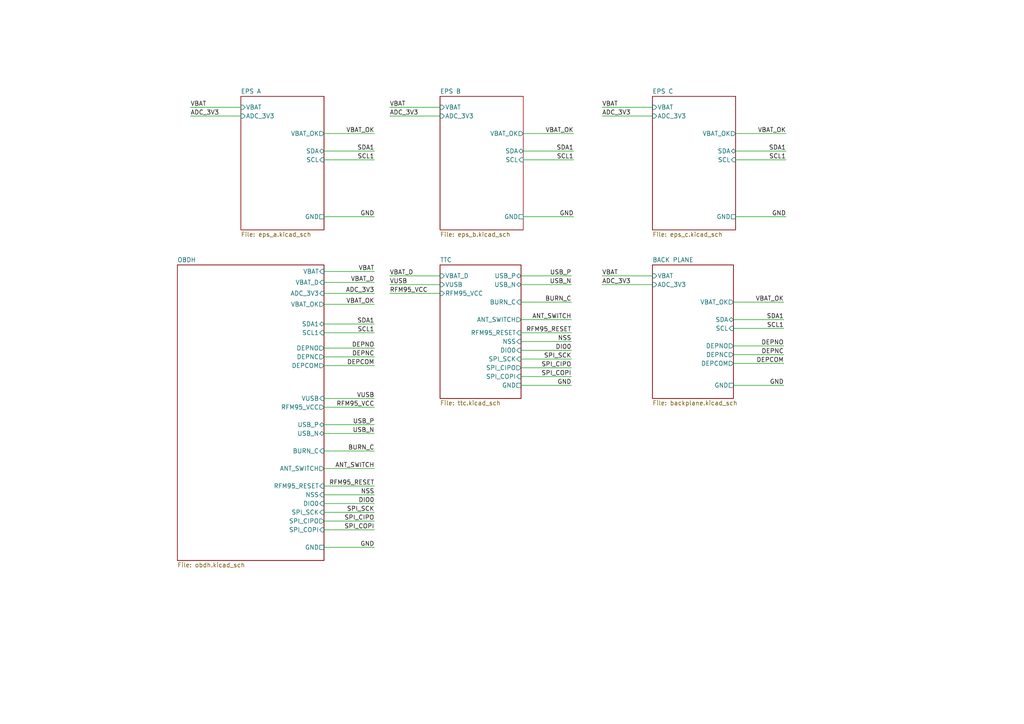
<source format=kicad_sch>
(kicad_sch (version 20211123) (generator eeschema)

  (uuid 3b6b4ea1-bae7-411b-ae55-68ea20d4b610)

  (paper "A4")

  (title_block
    (title "FZSatellite")
    (date "2022-10-21")
    (rev "2")
    (company "Fiozera - fiozera.com.br")
    (comment 1 "https://github.com/fiozera/FZsatellite")
    (comment 2 "Licensed under CERN-OHL-S v2 or later")
    (comment 3 "André Biagioni")
  )

  (lib_symbols
  )


  (wire (pts (xy 93.98 46.355) (xy 108.585 46.355))
    (stroke (width 0) (type default) (color 0 0 0 0))
    (uuid 028915b6-7f2d-459b-8cb7-c63d29fcda17)
  )
  (wire (pts (xy 151.13 99.06) (xy 165.735 99.06))
    (stroke (width 0) (type default) (color 0 0 0 0))
    (uuid 0798edb9-1861-4041-a555-06f4148ee493)
  )
  (wire (pts (xy 151.765 62.865) (xy 166.37 62.865))
    (stroke (width 0) (type default) (color 0 0 0 0))
    (uuid 08c668b7-4b67-42fa-b732-0076455be6de)
  )
  (wire (pts (xy 213.36 43.815) (xy 227.965 43.815))
    (stroke (width 0) (type default) (color 0 0 0 0))
    (uuid 09228941-c932-47db-aedb-fcc237355489)
  )
  (wire (pts (xy 151.765 43.815) (xy 166.37 43.815))
    (stroke (width 0) (type default) (color 0 0 0 0))
    (uuid 0c3f3308-9799-46dd-92db-45188b8c15e2)
  )
  (wire (pts (xy 127.635 33.655) (xy 113.03 33.655))
    (stroke (width 0) (type default) (color 0 0 0 0))
    (uuid 11d66d20-c3d4-4102-a1cc-00f84ac4149a)
  )
  (wire (pts (xy 151.13 106.68) (xy 165.735 106.68))
    (stroke (width 0) (type default) (color 0 0 0 0))
    (uuid 169db849-77ab-46b3-97d6-fe7b3ddc88df)
  )
  (wire (pts (xy 93.98 118.11) (xy 108.585 118.11))
    (stroke (width 0) (type default) (color 0 0 0 0))
    (uuid 1f77b8e2-9bf2-45e8-9651-73ac9f592a24)
  )
  (wire (pts (xy 69.85 33.655) (xy 55.245 33.655))
    (stroke (width 0) (type default) (color 0 0 0 0))
    (uuid 221877d6-b5a0-4d7d-83e4-48f71388a39c)
  )
  (wire (pts (xy 93.98 130.81) (xy 108.585 130.81))
    (stroke (width 0) (type default) (color 0 0 0 0))
    (uuid 23b24ae4-3f57-4987-b053-1a23509e89b0)
  )
  (wire (pts (xy 151.13 111.76) (xy 165.735 111.76))
    (stroke (width 0) (type default) (color 0 0 0 0))
    (uuid 24351ccd-4b7f-48ad-bb5a-78983fbce9d5)
  )
  (wire (pts (xy 189.23 33.655) (xy 174.625 33.655))
    (stroke (width 0) (type default) (color 0 0 0 0))
    (uuid 24f1d581-4927-4785-b601-9082a1d02522)
  )
  (wire (pts (xy 151.13 87.63) (xy 165.735 87.63))
    (stroke (width 0) (type default) (color 0 0 0 0))
    (uuid 26085f58-07f4-4248-b549-57192002995d)
  )
  (wire (pts (xy 212.725 87.63) (xy 227.33 87.63))
    (stroke (width 0) (type default) (color 0 0 0 0))
    (uuid 289f1994-a9b7-49de-9830-4a87c41a7a39)
  )
  (wire (pts (xy 127.635 82.55) (xy 113.03 82.55))
    (stroke (width 0) (type default) (color 0 0 0 0))
    (uuid 2acdf6a7-43bf-4d86-9a71-d71c3c5f7110)
  )
  (wire (pts (xy 151.13 96.52) (xy 165.735 96.52))
    (stroke (width 0) (type default) (color 0 0 0 0))
    (uuid 2bd6f683-2a00-4606-8d7d-d5e5ae078aa9)
  )
  (wire (pts (xy 93.98 153.67) (xy 108.585 153.67))
    (stroke (width 0) (type default) (color 0 0 0 0))
    (uuid 2bf17439-a798-4e3e-bcda-d9d5a4bb4652)
  )
  (wire (pts (xy 213.36 62.865) (xy 227.965 62.865))
    (stroke (width 0) (type default) (color 0 0 0 0))
    (uuid 2fdd4bda-ce2d-4091-af6c-a148c6dc4519)
  )
  (wire (pts (xy 93.98 78.74) (xy 108.585 78.74))
    (stroke (width 0) (type default) (color 0 0 0 0))
    (uuid 3163751f-9095-484b-9825-4b6d4e53cee1)
  )
  (wire (pts (xy 213.36 38.735) (xy 227.965 38.735))
    (stroke (width 0) (type default) (color 0 0 0 0))
    (uuid 3b90de37-4c49-4186-80ce-a6e7a1cb5e81)
  )
  (wire (pts (xy 127.635 31.115) (xy 113.03 31.115))
    (stroke (width 0) (type default) (color 0 0 0 0))
    (uuid 3d7a210b-882a-4754-8817-608e95a6879b)
  )
  (wire (pts (xy 212.725 111.76) (xy 227.33 111.76))
    (stroke (width 0) (type default) (color 0 0 0 0))
    (uuid 40277e9c-d5a6-4a59-8fed-87d2c670075e)
  )
  (wire (pts (xy 93.98 135.89) (xy 108.585 135.89))
    (stroke (width 0) (type default) (color 0 0 0 0))
    (uuid 406b84ed-68c0-4195-9197-990566c006ba)
  )
  (wire (pts (xy 151.765 46.355) (xy 166.37 46.355))
    (stroke (width 0) (type default) (color 0 0 0 0))
    (uuid 4472a680-5ab9-4b63-8007-2411021593a7)
  )
  (wire (pts (xy 93.98 81.915) (xy 108.585 81.915))
    (stroke (width 0) (type default) (color 0 0 0 0))
    (uuid 4b8ea50e-bc5f-4e52-bf91-1f55d8bf0549)
  )
  (wire (pts (xy 93.98 62.865) (xy 108.585 62.865))
    (stroke (width 0) (type default) (color 0 0 0 0))
    (uuid 51c8fcde-f42a-45b2-90b0-aba426237743)
  )
  (wire (pts (xy 212.725 92.71) (xy 227.33 92.71))
    (stroke (width 0) (type default) (color 0 0 0 0))
    (uuid 523034fb-973e-4ee5-9d1e-543bc9bfd199)
  )
  (wire (pts (xy 93.98 115.57) (xy 108.585 115.57))
    (stroke (width 0) (type default) (color 0 0 0 0))
    (uuid 52b4048a-2ed2-456e-bb7d-9dac3c1fa093)
  )
  (wire (pts (xy 213.36 46.355) (xy 227.965 46.355))
    (stroke (width 0) (type default) (color 0 0 0 0))
    (uuid 572e060a-fd3e-4449-b6cd-2c77ae93470f)
  )
  (wire (pts (xy 93.98 88.265) (xy 108.585 88.265))
    (stroke (width 0) (type default) (color 0 0 0 0))
    (uuid 57a4ff10-b682-42f9-9ccc-0257144a7bbb)
  )
  (wire (pts (xy 93.98 151.13) (xy 108.585 151.13))
    (stroke (width 0) (type default) (color 0 0 0 0))
    (uuid 60d9d436-6596-45c9-bfd6-279202b0e8aa)
  )
  (wire (pts (xy 212.725 105.41) (xy 227.33 105.41))
    (stroke (width 0) (type default) (color 0 0 0 0))
    (uuid 66d0c731-77d4-4094-b440-68b3dd43b826)
  )
  (wire (pts (xy 93.98 140.97) (xy 108.585 140.97))
    (stroke (width 0) (type default) (color 0 0 0 0))
    (uuid 6747b688-beb0-489a-b605-0c8042a6b6c5)
  )
  (wire (pts (xy 93.98 148.59) (xy 108.585 148.59))
    (stroke (width 0) (type default) (color 0 0 0 0))
    (uuid 67d0d9bf-ee25-4c8b-98dd-4ffed043c168)
  )
  (wire (pts (xy 93.98 125.73) (xy 108.585 125.73))
    (stroke (width 0) (type default) (color 0 0 0 0))
    (uuid 6de8092c-36bb-4525-81e1-a8650549e49f)
  )
  (wire (pts (xy 212.725 100.33) (xy 227.33 100.33))
    (stroke (width 0) (type default) (color 0 0 0 0))
    (uuid 6f93b33f-4a2e-4ac8-a151-53943fb4645a)
  )
  (wire (pts (xy 93.98 103.505) (xy 108.585 103.505))
    (stroke (width 0) (type default) (color 0 0 0 0))
    (uuid 7456cfbf-5c3d-4cd3-9507-2dcd15b5071b)
  )
  (wire (pts (xy 69.85 31.115) (xy 55.245 31.115))
    (stroke (width 0) (type default) (color 0 0 0 0))
    (uuid 750085c3-aaf2-4e9f-be6c-3b75309ce14f)
  )
  (wire (pts (xy 93.98 93.98) (xy 108.585 93.98))
    (stroke (width 0) (type default) (color 0 0 0 0))
    (uuid 75592808-fb05-4901-9b37-0edd1f2e96c6)
  )
  (wire (pts (xy 151.13 92.71) (xy 165.735 92.71))
    (stroke (width 0) (type default) (color 0 0 0 0))
    (uuid 83c4e0b2-fdf1-4141-8545-3f32bd06a383)
  )
  (wire (pts (xy 93.98 96.52) (xy 108.585 96.52))
    (stroke (width 0) (type default) (color 0 0 0 0))
    (uuid 84fc8886-4e9a-4ad9-90d6-359e74854855)
  )
  (wire (pts (xy 93.98 85.09) (xy 108.585 85.09))
    (stroke (width 0) (type default) (color 0 0 0 0))
    (uuid 8535bfff-6dfb-40a2-b757-a89f3d1f654a)
  )
  (wire (pts (xy 93.98 100.965) (xy 108.585 100.965))
    (stroke (width 0) (type default) (color 0 0 0 0))
    (uuid 88c97b36-d758-4c00-a515-38553f7f8052)
  )
  (wire (pts (xy 93.98 158.75) (xy 108.585 158.75))
    (stroke (width 0) (type default) (color 0 0 0 0))
    (uuid 89656ee4-39f7-44d7-a9b7-cf244219f974)
  )
  (wire (pts (xy 93.98 123.19) (xy 108.585 123.19))
    (stroke (width 0) (type default) (color 0 0 0 0))
    (uuid 89dac01f-2124-4bee-a8b5-0016c655de52)
  )
  (wire (pts (xy 151.13 104.14) (xy 165.735 104.14))
    (stroke (width 0) (type default) (color 0 0 0 0))
    (uuid 8d2815f7-7e1c-4e24-9e31-a26080b8cf35)
  )
  (wire (pts (xy 93.98 106.045) (xy 108.585 106.045))
    (stroke (width 0) (type default) (color 0 0 0 0))
    (uuid 93c46a5c-4761-458e-9771-c52fbb299878)
  )
  (wire (pts (xy 189.23 82.55) (xy 174.625 82.55))
    (stroke (width 0) (type default) (color 0 0 0 0))
    (uuid 9966020e-db05-4c5c-9bb1-3846fae57ed7)
  )
  (wire (pts (xy 93.98 143.51) (xy 108.585 143.51))
    (stroke (width 0) (type default) (color 0 0 0 0))
    (uuid aaf0fbf9-288a-4d68-b929-75eef4044402)
  )
  (wire (pts (xy 127.635 85.09) (xy 113.03 85.09))
    (stroke (width 0) (type default) (color 0 0 0 0))
    (uuid b02bc570-d697-4c7c-b529-e2da32250a55)
  )
  (wire (pts (xy 151.13 109.22) (xy 165.735 109.22))
    (stroke (width 0) (type default) (color 0 0 0 0))
    (uuid b579760d-adf7-4c99-bb76-c988ad416857)
  )
  (wire (pts (xy 93.98 38.735) (xy 108.585 38.735))
    (stroke (width 0) (type default) (color 0 0 0 0))
    (uuid b75f8e5b-56fa-41c7-9e06-12f0c011db28)
  )
  (wire (pts (xy 151.13 80.01) (xy 165.735 80.01))
    (stroke (width 0) (type default) (color 0 0 0 0))
    (uuid ccb0418d-b694-494d-a317-ba7b47a12f27)
  )
  (wire (pts (xy 151.765 38.735) (xy 166.37 38.735))
    (stroke (width 0) (type default) (color 0 0 0 0))
    (uuid d120eadf-c176-47cd-87fb-ab13ba7a9277)
  )
  (wire (pts (xy 212.725 95.25) (xy 227.33 95.25))
    (stroke (width 0) (type default) (color 0 0 0 0))
    (uuid d169616f-ed91-4ed3-a79b-ab4bdbeab5f4)
  )
  (wire (pts (xy 189.23 31.115) (xy 174.625 31.115))
    (stroke (width 0) (type default) (color 0 0 0 0))
    (uuid d1f32220-04d2-4f59-869e-e6d2f7c31a9b)
  )
  (wire (pts (xy 189.23 80.01) (xy 174.625 80.01))
    (stroke (width 0) (type default) (color 0 0 0 0))
    (uuid d8a776d2-edfa-4caa-b587-c0e6a7e14d85)
  )
  (wire (pts (xy 93.98 146.05) (xy 108.585 146.05))
    (stroke (width 0) (type default) (color 0 0 0 0))
    (uuid d8af4b8f-5064-4d16-93f1-6adbfa0d5291)
  )
  (wire (pts (xy 212.725 102.87) (xy 227.33 102.87))
    (stroke (width 0) (type default) (color 0 0 0 0))
    (uuid d92ad7cf-0fce-4e61-8394-6541f00be77d)
  )
  (wire (pts (xy 151.13 101.6) (xy 165.735 101.6))
    (stroke (width 0) (type default) (color 0 0 0 0))
    (uuid da4e4da9-fcc8-4617-b7bd-d27415a00422)
  )
  (wire (pts (xy 93.98 43.815) (xy 108.585 43.815))
    (stroke (width 0) (type default) (color 0 0 0 0))
    (uuid e636b372-b55b-4d0a-9b86-e4ced26bbf86)
  )
  (wire (pts (xy 127.635 80.01) (xy 113.03 80.01))
    (stroke (width 0) (type default) (color 0 0 0 0))
    (uuid e6c6c749-193a-41c4-99a2-42d6acfedaae)
  )
  (wire (pts (xy 151.13 82.55) (xy 165.735 82.55))
    (stroke (width 0) (type default) (color 0 0 0 0))
    (uuid ed07dfb8-02e2-49b4-aac5-768ad7f7c2d1)
  )

  (label "DIO0" (at 108.585 146.05 180)
    (effects (font (size 1.27 1.27)) (justify right bottom))
    (uuid 03c5f144-c074-45d1-90bd-ab1d9caae1e3)
  )
  (label "VBAT_OK" (at 166.37 38.735 180)
    (effects (font (size 1.27 1.27)) (justify right bottom))
    (uuid 04cd97e3-013e-4031-990b-491789155f58)
  )
  (label "RFM95_VCC" (at 113.03 85.09 0)
    (effects (font (size 1.27 1.27)) (justify left bottom))
    (uuid 04fa8e08-6e80-4ba0-a397-ee86b9ebb0b5)
  )
  (label "BURN_C" (at 165.735 87.63 180)
    (effects (font (size 1.27 1.27)) (justify right bottom))
    (uuid 0c12626d-3ab6-4d27-860d-89ce2c2857e8)
  )
  (label "GND" (at 227.33 111.76 180)
    (effects (font (size 1.27 1.27)) (justify right bottom))
    (uuid 0f9e7a0a-ae46-4b2d-a998-c9eed4dd3048)
  )
  (label "ADC_3V3" (at 174.625 82.55 0)
    (effects (font (size 1.27 1.27)) (justify left bottom))
    (uuid 1418e4c0-71ec-44bb-af0f-017040177054)
  )
  (label "NSS" (at 108.585 143.51 180)
    (effects (font (size 1.27 1.27)) (justify right bottom))
    (uuid 1a438f60-a812-494c-b7a2-ff5d589ef529)
  )
  (label "VBAT" (at 174.625 31.115 0)
    (effects (font (size 1.27 1.27)) (justify left bottom))
    (uuid 1e9fdc2b-c0c6-4956-b206-323f820219b2)
  )
  (label "VBAT_OK" (at 108.585 38.735 180)
    (effects (font (size 1.27 1.27)) (justify right bottom))
    (uuid 25c193ef-5802-4570-ace9-d4f2156243e9)
  )
  (label "ADC_3V3" (at 55.245 33.655 0)
    (effects (font (size 1.27 1.27)) (justify left bottom))
    (uuid 2b4900a4-e203-49e7-aa51-b00b2eccde99)
  )
  (label "SDA1" (at 227.965 43.815 180)
    (effects (font (size 1.27 1.27)) (justify right bottom))
    (uuid 2c7fa55a-bf63-4a46-9885-bcc3e63334c1)
  )
  (label "GND" (at 165.735 111.76 180)
    (effects (font (size 1.27 1.27)) (justify right bottom))
    (uuid 2cb5bf87-f7a6-4fe0-807a-0d87d8e40d20)
  )
  (label "SDA1" (at 166.37 43.815 180)
    (effects (font (size 1.27 1.27)) (justify right bottom))
    (uuid 2ce85e55-fa9f-4b90-ba04-2aa112dbe096)
  )
  (label "SCL1" (at 166.37 46.355 180)
    (effects (font (size 1.27 1.27)) (justify right bottom))
    (uuid 34f359ca-0f38-4e4a-b79a-efdf6e68e97c)
  )
  (label "DEPCOM" (at 227.33 105.41 180)
    (effects (font (size 1.27 1.27)) (justify right bottom))
    (uuid 36c6fa2f-8378-4caf-82d8-c6d4e09c98ba)
  )
  (label "ADC_3V3" (at 174.625 33.655 0)
    (effects (font (size 1.27 1.27)) (justify left bottom))
    (uuid 3a99011f-e8f4-4a79-bcd1-ceeebb4a729c)
  )
  (label "GND" (at 227.965 62.865 180)
    (effects (font (size 1.27 1.27)) (justify right bottom))
    (uuid 3d12f431-1763-4418-bdb9-0ff65ed6353b)
  )
  (label "ADC_3V3" (at 113.03 33.655 0)
    (effects (font (size 1.27 1.27)) (justify left bottom))
    (uuid 3d3c0f0d-a3cb-405c-99ef-ddd13e9c19e7)
  )
  (label "SCL1" (at 108.585 46.355 180)
    (effects (font (size 1.27 1.27)) (justify right bottom))
    (uuid 432cf7cd-fd02-48f1-9dd7-490bff4dbe77)
  )
  (label "VBAT" (at 55.245 31.115 0)
    (effects (font (size 1.27 1.27)) (justify left bottom))
    (uuid 47a0fa08-09f7-40f2-846f-97d5ca26e59a)
  )
  (label "USB_N" (at 165.735 82.55 180)
    (effects (font (size 1.27 1.27)) (justify right bottom))
    (uuid 4c332236-a875-472d-8f73-ba08d0e5aae8)
  )
  (label "VBAT_OK" (at 227.965 38.735 180)
    (effects (font (size 1.27 1.27)) (justify right bottom))
    (uuid 51ea270f-5514-4f3a-ab9d-2dd59f8cad54)
  )
  (label "SCL1" (at 227.965 46.355 180)
    (effects (font (size 1.27 1.27)) (justify right bottom))
    (uuid 560bdc27-5faa-4469-9465-55e2c4ada3ac)
  )
  (label "SDA1" (at 108.585 93.98 180)
    (effects (font (size 1.27 1.27)) (justify right bottom))
    (uuid 62c1c60b-b7c4-4bff-9721-56ad86825500)
  )
  (label "VBAT" (at 108.585 78.74 180)
    (effects (font (size 1.27 1.27)) (justify right bottom))
    (uuid 63fcb773-8d36-474e-b393-75c583581c35)
  )
  (label "ANT_SWITCH" (at 108.585 135.89 180)
    (effects (font (size 1.27 1.27)) (justify right bottom))
    (uuid 6bd4f1c9-81be-4442-a053-65d8092cc1dc)
  )
  (label "GND" (at 166.37 62.865 180)
    (effects (font (size 1.27 1.27)) (justify right bottom))
    (uuid 6ce1e508-96a9-4fd8-89b0-272892dfe871)
  )
  (label "DIO0" (at 165.735 101.6 180)
    (effects (font (size 1.27 1.27)) (justify right bottom))
    (uuid 6ef61125-5c0b-49dc-a5ee-9919cf3a78b5)
  )
  (label "BURN_C" (at 108.585 130.81 180)
    (effects (font (size 1.27 1.27)) (justify right bottom))
    (uuid 755089c9-46ab-4688-95f4-0a0d697032c3)
  )
  (label "VBAT_OK" (at 108.585 88.265 180)
    (effects (font (size 1.27 1.27)) (justify right bottom))
    (uuid 76bcabfb-1a48-4682-b809-2ce57befc9b9)
  )
  (label "RFM95_RESET" (at 165.735 96.52 180)
    (effects (font (size 1.27 1.27)) (justify right bottom))
    (uuid 80d76832-bffa-4658-a9aa-cda9ac5c8ac7)
  )
  (label "VBAT" (at 174.625 80.01 0)
    (effects (font (size 1.27 1.27)) (justify left bottom))
    (uuid 83ed8a30-111e-4606-acc2-6d0247b15fcd)
  )
  (label "SPI_SCK" (at 108.585 148.59 180)
    (effects (font (size 1.27 1.27)) (justify right bottom))
    (uuid 8a4c027a-8511-4f14-8ca8-091d7e89d555)
  )
  (label "RFM95_VCC" (at 108.585 118.11 180)
    (effects (font (size 1.27 1.27)) (justify right bottom))
    (uuid 8ac67176-8462-465a-a346-4baf00473cae)
  )
  (label "ANT_SWITCH" (at 165.735 92.71 180)
    (effects (font (size 1.27 1.27)) (justify right bottom))
    (uuid 8b9caa56-afa6-4380-9db5-bbb5bd376d83)
  )
  (label "DEPNC" (at 108.585 103.505 180)
    (effects (font (size 1.27 1.27)) (justify right bottom))
    (uuid 8e25e31c-3e13-4db5-937b-e5dd8182e1c5)
  )
  (label "SPI_COPI" (at 165.735 109.22 180)
    (effects (font (size 1.27 1.27)) (justify right bottom))
    (uuid 8eef8a75-4a30-4097-a1dc-0c5bc1a40966)
  )
  (label "RFM95_RESET" (at 108.585 140.97 180)
    (effects (font (size 1.27 1.27)) (justify right bottom))
    (uuid 910dd90d-270e-4ff9-bd21-75c0dff16dd8)
  )
  (label "SDA1" (at 108.585 43.815 180)
    (effects (font (size 1.27 1.27)) (justify right bottom))
    (uuid 93779f43-de2d-48f6-9ba1-f64a318211e2)
  )
  (label "SCL1" (at 108.585 96.52 180)
    (effects (font (size 1.27 1.27)) (justify right bottom))
    (uuid 96b6b70f-0521-488a-aac8-41301db49050)
  )
  (label "VBAT_OK" (at 227.33 87.63 180)
    (effects (font (size 1.27 1.27)) (justify right bottom))
    (uuid a9b2e22f-4574-459c-9d61-09ba34d70d4b)
  )
  (label "VUSB" (at 113.03 82.55 0)
    (effects (font (size 1.27 1.27)) (justify left bottom))
    (uuid aa78d3e2-3483-4ad8-b7a9-40752736dab9)
  )
  (label "DEPNC" (at 227.33 102.87 180)
    (effects (font (size 1.27 1.27)) (justify right bottom))
    (uuid b0d9730d-5a74-49d2-82f4-99874340fa5e)
  )
  (label "ADC_3V3" (at 108.585 85.09 180)
    (effects (font (size 1.27 1.27)) (justify right bottom))
    (uuid b6e93544-a187-49fd-aa4d-15ac45842724)
  )
  (label "SPI_CIPO" (at 108.585 151.13 180)
    (effects (font (size 1.27 1.27)) (justify right bottom))
    (uuid b887c1c0-0685-4178-8bfd-174ac13a0c69)
  )
  (label "SCL1" (at 227.33 95.25 180)
    (effects (font (size 1.27 1.27)) (justify right bottom))
    (uuid b9817537-afd9-4169-94c6-524c5d5f8cee)
  )
  (label "SPI_CIPO" (at 165.735 106.68 180)
    (effects (font (size 1.27 1.27)) (justify right bottom))
    (uuid ba677e11-5db4-4076-b5a1-ab3b1e353f98)
  )
  (label "VBAT" (at 113.03 31.115 0)
    (effects (font (size 1.27 1.27)) (justify left bottom))
    (uuid c5d04532-b6a2-4f24-8f2e-925960c4de7f)
  )
  (label "SPI_SCK" (at 165.735 104.14 180)
    (effects (font (size 1.27 1.27)) (justify right bottom))
    (uuid cae4c10f-3134-4af4-af15-66f4a3c85ae5)
  )
  (label "VBAT_D" (at 108.585 81.915 180)
    (effects (font (size 1.27 1.27)) (justify right bottom))
    (uuid ce0c9b6b-b49d-429e-a1f6-930a1ad9b53e)
  )
  (label "DEPCOM" (at 108.585 106.045 180)
    (effects (font (size 1.27 1.27)) (justify right bottom))
    (uuid cf453467-8563-44a8-a918-9a4052dbfda2)
  )
  (label "USB_N" (at 108.585 125.73 180)
    (effects (font (size 1.27 1.27)) (justify right bottom))
    (uuid e781597b-c25a-426f-adaa-08087e2fbbc4)
  )
  (label "USB_P" (at 108.585 123.19 180)
    (effects (font (size 1.27 1.27)) (justify right bottom))
    (uuid e80b7996-6f82-4b85-844a-83a0ff3d5b36)
  )
  (label "VUSB" (at 108.585 115.57 180)
    (effects (font (size 1.27 1.27)) (justify right bottom))
    (uuid e8c4986f-43ad-4cc5-ace5-6740cadd7f53)
  )
  (label "USB_P" (at 165.735 80.01 180)
    (effects (font (size 1.27 1.27)) (justify right bottom))
    (uuid e9c429b4-4d5c-4564-851c-59a89eccbac1)
  )
  (label "GND" (at 108.585 62.865 180)
    (effects (font (size 1.27 1.27)) (justify right bottom))
    (uuid ed453451-ddce-4227-ac89-2cde66e87175)
  )
  (label "DEPNO" (at 227.33 100.33 180)
    (effects (font (size 1.27 1.27)) (justify right bottom))
    (uuid ee3683c7-862c-4719-9f44-c9bacdf02ac8)
  )
  (label "GND" (at 108.585 158.75 180)
    (effects (font (size 1.27 1.27)) (justify right bottom))
    (uuid f510f93f-0b8f-42df-8cd8-3766c11be82d)
  )
  (label "SPI_COPI" (at 108.585 153.67 180)
    (effects (font (size 1.27 1.27)) (justify right bottom))
    (uuid f9839dd9-83eb-4529-9cf3-385fbf473c58)
  )
  (label "SDA1" (at 227.33 92.71 180)
    (effects (font (size 1.27 1.27)) (justify right bottom))
    (uuid fa386561-6363-4aa1-94c1-99f7262b53a9)
  )
  (label "DEPNO" (at 108.585 100.965 180)
    (effects (font (size 1.27 1.27)) (justify right bottom))
    (uuid fad7b1ce-f9ab-4b8a-8777-059083d62c71)
  )
  (label "NSS" (at 165.735 99.06 180)
    (effects (font (size 1.27 1.27)) (justify right bottom))
    (uuid fb146ed4-ebee-4214-9d21-ace3cb557f6c)
  )
  (label "VBAT_D" (at 113.03 80.01 0)
    (effects (font (size 1.27 1.27)) (justify left bottom))
    (uuid fee63355-84b3-47e5-8a52-c92ac01e8376)
  )

  (sheet (at 127.635 27.94) (size 24.13 38.735) (fields_autoplaced)
    (stroke (width 0.1524) (type solid) (color 0 0 0 0))
    (fill (color 0 0 0 0.0000))
    (uuid 4c95f4c3-e715-45e3-946c-f27355a4d041)
    (property "Sheet name" "EPS B" (id 0) (at 127.635 27.2284 0)
      (effects (font (size 1.27 1.27)) (justify left bottom))
    )
    (property "Sheet file" "eps_b.kicad_sch" (id 1) (at 127.635 67.2596 0)
      (effects (font (size 1.27 1.27)) (justify left top))
    )
    (pin "VBAT" input (at 127.635 31.115 180)
      (effects (font (size 1.27 1.27)) (justify left))
      (uuid 8b7ebb27-39ee-45a5-b0cd-45249fcc9d77)
    )
    (pin "SDA" bidirectional (at 151.765 43.815 0)
      (effects (font (size 1.27 1.27)) (justify right))
      (uuid 1c1d43c1-313f-483e-9ed1-f8243ba6ab6f)
    )
    (pin "VBAT_OK" output (at 151.765 38.735 0)
      (effects (font (size 1.27 1.27)) (justify right))
      (uuid bfee4545-9508-44f7-8d53-13808ed8070c)
    )
    (pin "ADC_3V3" input (at 127.635 33.655 180)
      (effects (font (size 1.27 1.27)) (justify left))
      (uuid cb29f11e-e3a9-4969-9288-c710731cb4da)
    )
    (pin "GND" passive (at 151.765 62.865 0)
      (effects (font (size 1.27 1.27)) (justify right))
      (uuid c6cefa55-42b2-4ef5-9418-4ad26662784c)
    )
    (pin "SCL" input (at 151.765 46.355 0)
      (effects (font (size 1.27 1.27)) (justify right))
      (uuid becca94b-7997-4ed8-a218-d23fc65d1254)
    )
  )

  (sheet (at 189.23 76.835) (size 23.495 38.735) (fields_autoplaced)
    (stroke (width 0.1524) (type solid) (color 0 0 0 0))
    (fill (color 0 0 0 0.0000))
    (uuid 6253c43c-abc1-42fd-bcb5-acd3a97e7da2)
    (property "Sheet name" "BACK PLANE" (id 0) (at 189.23 76.1234 0)
      (effects (font (size 1.27 1.27)) (justify left bottom))
    )
    (property "Sheet file" "backplane.kicad_sch" (id 1) (at 189.23 116.1546 0)
      (effects (font (size 1.27 1.27)) (justify left top))
    )
    (pin "GND" passive (at 212.725 111.76 0)
      (effects (font (size 1.27 1.27)) (justify right))
      (uuid be81a069-81d1-4c47-a033-498fc8a1edcd)
    )
    (pin "DEPNC" output (at 212.725 102.87 0)
      (effects (font (size 1.27 1.27)) (justify right))
      (uuid bf681bf6-9111-40fb-b55e-60dc5ee8d728)
    )
    (pin "DEPNO" output (at 212.725 100.33 0)
      (effects (font (size 1.27 1.27)) (justify right))
      (uuid d8ad1194-5194-4c26-9d3c-70ad04bd58b4)
    )
    (pin "DEPCOM" output (at 212.725 105.41 0)
      (effects (font (size 1.27 1.27)) (justify right))
      (uuid d28a0434-d6b3-4e3e-86e7-f26149f6fe9d)
    )
    (pin "ADC_3V3" input (at 189.23 82.55 180)
      (effects (font (size 1.27 1.27)) (justify left))
      (uuid 31a215ee-bada-4681-ba42-ae06535c9045)
    )
    (pin "VBAT" input (at 189.23 80.01 180)
      (effects (font (size 1.27 1.27)) (justify left))
      (uuid a2dd703d-da94-4a7f-84eb-faa4d66c0cea)
    )
    (pin "SDA" bidirectional (at 212.725 92.71 0)
      (effects (font (size 1.27 1.27)) (justify right))
      (uuid 0cf8259d-8a3e-4fff-a93a-ced0cbe2a877)
    )
    (pin "SCL" input (at 212.725 95.25 0)
      (effects (font (size 1.27 1.27)) (justify right))
      (uuid 10a9aba9-c820-42e8-acfa-580f43f45ac8)
    )
    (pin "VBAT_OK" output (at 212.725 87.63 0)
      (effects (font (size 1.27 1.27)) (justify right))
      (uuid 7e347dd3-0fd9-42e3-b94f-567798b63d52)
    )
  )

  (sheet (at 189.23 27.94) (size 24.13 38.735) (fields_autoplaced)
    (stroke (width 0.1524) (type solid) (color 0 0 0 0))
    (fill (color 0 0 0 0.0000))
    (uuid 66fd56e5-8154-45e3-9505-45bde72e57fa)
    (property "Sheet name" "EPS C" (id 0) (at 189.23 27.2284 0)
      (effects (font (size 1.27 1.27)) (justify left bottom))
    )
    (property "Sheet file" "eps_c.kicad_sch" (id 1) (at 189.23 67.2596 0)
      (effects (font (size 1.27 1.27)) (justify left top))
    )
    (pin "VBAT_OK" output (at 213.36 38.735 0)
      (effects (font (size 1.27 1.27)) (justify right))
      (uuid 0e8feabc-ccec-44bb-a701-69b841e73464)
    )
    (pin "VBAT" input (at 189.23 31.115 180)
      (effects (font (size 1.27 1.27)) (justify left))
      (uuid 044bc5f7-1afa-4588-abbb-82f26bf2bf56)
    )
    (pin "ADC_3V3" input (at 189.23 33.655 180)
      (effects (font (size 1.27 1.27)) (justify left))
      (uuid b50e8ef8-5378-4c03-8ae3-d3cd31f4fc7c)
    )
    (pin "GND" passive (at 213.36 62.865 0)
      (effects (font (size 1.27 1.27)) (justify right))
      (uuid 2f1ad14b-3c94-489e-848c-d4fabd282f71)
    )
    (pin "SDA" bidirectional (at 213.36 43.815 0)
      (effects (font (size 1.27 1.27)) (justify right))
      (uuid cb9ab7a5-06e2-4aa7-aa01-ad8ae950817b)
    )
    (pin "SCL" input (at 213.36 46.355 0)
      (effects (font (size 1.27 1.27)) (justify right))
      (uuid 954a5695-6f22-4934-89b7-2acfdc68876e)
    )
  )

  (sheet (at 51.435 76.835) (size 42.545 85.725) (fields_autoplaced)
    (stroke (width 0.1524) (type solid) (color 0 0 0 0))
    (fill (color 0 0 0 0.0000))
    (uuid 713acfd3-907d-4660-92a6-dbfbf2bfc248)
    (property "Sheet name" "OBDH" (id 0) (at 51.435 76.1234 0)
      (effects (font (size 1.27 1.27)) (justify left bottom))
    )
    (property "Sheet file" "obdh.kicad_sch" (id 1) (at 51.435 163.1446 0)
      (effects (font (size 1.27 1.27)) (justify left top))
    )
    (pin "DEPCOM" output (at 93.98 106.045 0)
      (effects (font (size 1.27 1.27)) (justify right))
      (uuid 6a1d3ab7-d263-4b0b-b016-280a6458cc77)
    )
    (pin "GND" passive (at 93.98 158.75 0)
      (effects (font (size 1.27 1.27)) (justify right))
      (uuid fada73c2-5a06-4198-8ba8-a5a828f92bc5)
    )
    (pin "VBAT" input (at 93.98 78.74 0)
      (effects (font (size 1.27 1.27)) (justify right))
      (uuid 80bb88a5-4f49-4b3a-87af-2e9585c720a5)
    )
    (pin "VBAT_OK" output (at 93.98 88.265 0)
      (effects (font (size 1.27 1.27)) (justify right))
      (uuid cf9ede1a-d241-4681-832b-748b9dcea447)
    )
    (pin "ADC_3V3" input (at 93.98 85.09 0)
      (effects (font (size 1.27 1.27)) (justify right))
      (uuid fe75c0ed-117a-4bd2-9ea1-b972af730a36)
    )
    (pin "DEPNC" output (at 93.98 103.505 0)
      (effects (font (size 1.27 1.27)) (justify right))
      (uuid 13805148-4cae-4eba-8f0b-3699a6bd6775)
    )
    (pin "SDA1" bidirectional (at 93.98 93.98 0)
      (effects (font (size 1.27 1.27)) (justify right))
      (uuid 044f8f02-779d-4bdf-b1cf-6f0279b659ea)
    )
    (pin "SCL1" input (at 93.98 96.52 0)
      (effects (font (size 1.27 1.27)) (justify right))
      (uuid 7b3b0a10-97e8-4760-9212-cec2185ba7eb)
    )
    (pin "DEPNO" output (at 93.98 100.965 0)
      (effects (font (size 1.27 1.27)) (justify right))
      (uuid 60c40be7-6f82-48ce-bb18-b32da12bc351)
    )
    (pin "SPI_SCK" input (at 93.98 148.59 0)
      (effects (font (size 1.27 1.27)) (justify right))
      (uuid 43a99beb-96de-40bf-afdb-74ea8ee4279a)
    )
    (pin "DIO0" input (at 93.98 146.05 0)
      (effects (font (size 1.27 1.27)) (justify right))
      (uuid c9fcc094-66e1-4278-973e-347a7e69580f)
    )
    (pin "USB_N" bidirectional (at 93.98 125.73 0)
      (effects (font (size 1.27 1.27)) (justify right))
      (uuid 6c518a30-36c3-454b-95e6-b0c62863f97d)
    )
    (pin "ANT_SWITCH" output (at 93.98 135.89 0)
      (effects (font (size 1.27 1.27)) (justify right))
      (uuid 0e87fba7-08fe-4b37-bb62-684d87fccbeb)
    )
    (pin "BURN_C" input (at 93.98 130.81 0)
      (effects (font (size 1.27 1.27)) (justify right))
      (uuid e3833867-3f1c-41bf-a185-8dcf5d03c63e)
    )
    (pin "USB_P" bidirectional (at 93.98 123.19 0)
      (effects (font (size 1.27 1.27)) (justify right))
      (uuid 003016b3-bba2-43d5-a2ff-bd329daf847c)
    )
    (pin "VUSB" input (at 93.98 115.57 0)
      (effects (font (size 1.27 1.27)) (justify right))
      (uuid c035f69f-220b-498b-88ab-0b41ac6f06c1)
    )
    (pin "NSS" input (at 93.98 143.51 0)
      (effects (font (size 1.27 1.27)) (justify right))
      (uuid 6fb3ec46-d0c1-4a87-b385-222f8b7ae040)
    )
    (pin "SPI_COPI" input (at 93.98 153.67 0)
      (effects (font (size 1.27 1.27)) (justify right))
      (uuid 2a2ed8ee-c7c8-42c2-bc34-16066c9e9ba9)
    )
    (pin "SPI_CIPO" output (at 93.98 151.13 0)
      (effects (font (size 1.27 1.27)) (justify right))
      (uuid 681390e6-4b4b-4116-b2b3-4bf18796d5fe)
    )
    (pin "RFM95_VCC" output (at 93.98 118.11 0)
      (effects (font (size 1.27 1.27)) (justify right))
      (uuid 2064d461-4a0e-45da-9f19-8c0a3ccfd138)
    )
    (pin "RFM95_RESET" input (at 93.98 140.97 0)
      (effects (font (size 1.27 1.27)) (justify right))
      (uuid e8b9ede6-16c4-4741-8606-0ad35b39ca35)
    )
    (pin "VBAT_D" input (at 93.98 81.915 0)
      (effects (font (size 1.27 1.27)) (justify right))
      (uuid 79e00fd4-e3de-4524-9417-c5667290f67d)
    )
  )

  (sheet (at 69.85 27.94) (size 24.13 38.735) (fields_autoplaced)
    (stroke (width 0.1524) (type solid) (color 0 0 0 0))
    (fill (color 0 0 0 0.0000))
    (uuid 967c89b8-4344-4085-b656-b1e980d639ae)
    (property "Sheet name" "EPS A" (id 0) (at 69.85 27.2284 0)
      (effects (font (size 1.27 1.27)) (justify left bottom))
    )
    (property "Sheet file" "eps_a.kicad_sch" (id 1) (at 69.85 67.2596 0)
      (effects (font (size 1.27 1.27)) (justify left top))
    )
    (pin "VBAT_OK" output (at 93.98 38.735 0)
      (effects (font (size 1.27 1.27)) (justify right))
      (uuid d7ed4fd5-3e3d-4385-bc4a-afead6854ee1)
    )
    (pin "SDA" bidirectional (at 93.98 43.815 0)
      (effects (font (size 1.27 1.27)) (justify right))
      (uuid 4c70e296-ce98-48ce-aac0-5889a325da57)
    )
    (pin "SCL" input (at 93.98 46.355 0)
      (effects (font (size 1.27 1.27)) (justify right))
      (uuid 1360c9b9-6c82-451b-bfc7-9f82278cf854)
    )
    (pin "ADC_3V3" input (at 69.85 33.655 180)
      (effects (font (size 1.27 1.27)) (justify left))
      (uuid 5585038d-28a7-463f-864d-3f99818059a6)
    )
    (pin "GND" passive (at 93.98 62.865 0)
      (effects (font (size 1.27 1.27)) (justify right))
      (uuid f79a8e66-971f-4e3d-914d-538cc043d651)
    )
    (pin "VBAT" input (at 69.85 31.115 180)
      (effects (font (size 1.27 1.27)) (justify left))
      (uuid cdd9667e-790c-46e1-ac09-5f932a20f686)
    )
  )

  (sheet (at 127.635 76.835) (size 23.495 38.735) (fields_autoplaced)
    (stroke (width 0.1524) (type solid) (color 0 0 0 0))
    (fill (color 0 0 0 0.0000))
    (uuid cac229b9-4e45-4ff2-99e5-58a9f42e10ad)
    (property "Sheet name" "TTC" (id 0) (at 127.635 76.1234 0)
      (effects (font (size 1.27 1.27)) (justify left bottom))
    )
    (property "Sheet file" "ttc.kicad_sch" (id 1) (at 127.635 116.1546 0)
      (effects (font (size 1.27 1.27)) (justify left top))
    )
    (pin "GND" passive (at 151.13 111.76 0)
      (effects (font (size 1.27 1.27)) (justify right))
      (uuid c032da45-1f1a-4c49-9d56-551ab46fe1ac)
    )
    (pin "RFM95_VCC" input (at 127.635 85.09 180)
      (effects (font (size 1.27 1.27)) (justify left))
      (uuid 535bb030-d820-45ac-8e95-9d4f3eec1edb)
    )
    (pin "NSS" input (at 151.13 99.06 0)
      (effects (font (size 1.27 1.27)) (justify right))
      (uuid cb40e87d-5365-42a4-95fc-44aa533557c3)
    )
    (pin "RFM95_RESET" input (at 151.13 96.52 0)
      (effects (font (size 1.27 1.27)) (justify right))
      (uuid 10fe0551-e2c6-485f-ac3e-2ac9544cbcb5)
    )
    (pin "USB_N" bidirectional (at 151.13 82.55 0)
      (effects (font (size 1.27 1.27)) (justify right))
      (uuid e5c6f2a8-9440-4313-8b5f-fbce0cdfd9f5)
    )
    (pin "VUSB" input (at 127.635 82.55 180)
      (effects (font (size 1.27 1.27)) (justify left))
      (uuid 99d76cc4-edcf-4a36-bb68-b1d5017de867)
    )
    (pin "USB_P" bidirectional (at 151.13 80.01 0)
      (effects (font (size 1.27 1.27)) (justify right))
      (uuid 0f45bf48-b3ce-42fa-8021-bc62a7816510)
    )
    (pin "DIO0" input (at 151.13 101.6 0)
      (effects (font (size 1.27 1.27)) (justify right))
      (uuid c70b90c0-487f-4d04-bebe-ca274bd08251)
    )
    (pin "SPI_COPI" input (at 151.13 109.22 0)
      (effects (font (size 1.27 1.27)) (justify right))
      (uuid 2a1d6958-ed23-469b-a784-f70d50f03283)
    )
    (pin "SPI_SCK" input (at 151.13 104.14 0)
      (effects (font (size 1.27 1.27)) (justify right))
      (uuid 6fdce34e-563a-40be-93ff-d3ef5490385c)
    )
    (pin "ANT_SWITCH" output (at 151.13 92.71 0)
      (effects (font (size 1.27 1.27)) (justify right))
      (uuid 27ff2792-83d6-44fa-8c3f-65283c9ee28d)
    )
    (pin "BURN_C" input (at 151.13 87.63 0)
      (effects (font (size 1.27 1.27)) (justify right))
      (uuid 1c6c45ac-e1d4-40a5-b786-0d715a51304c)
    )
    (pin "SPI_CIPO" output (at 151.13 106.68 0)
      (effects (font (size 1.27 1.27)) (justify right))
      (uuid e74171f1-6d66-4c70-b34a-23abf612991c)
    )
    (pin "VBAT_D" input (at 127.635 80.01 180)
      (effects (font (size 1.27 1.27)) (justify left))
      (uuid 5416c5b7-1091-4ac9-9602-b4beaaba17ba)
    )
  )

  (sheet_instances
    (path "/" (page "1"))
    (path "/713acfd3-907d-4660-92a6-dbfbf2bfc248" (page "2"))
    (path "/cac229b9-4e45-4ff2-99e5-58a9f42e10ad" (page "3"))
    (path "/6253c43c-abc1-42fd-bcb5-acd3a97e7da2" (page "4"))
    (path "/967c89b8-4344-4085-b656-b1e980d639ae" (page "5"))
    (path "/4c95f4c3-e715-45e3-946c-f27355a4d041" (page "6"))
    (path "/66fd56e5-8154-45e3-9505-45bde72e57fa" (page "7"))
  )

  (symbol_instances
    (path "/713acfd3-907d-4660-92a6-dbfbf2bfc248/222138b5-d6cb-4a76-bfb4-ba0550dad945"
      (reference "#PWR0101") (unit 1) (value "GND") (footprint "")
    )
    (path "/713acfd3-907d-4660-92a6-dbfbf2bfc248/e75a85af-cb60-4f91-8946-3036ec3d61d8"
      (reference "#PWR0102") (unit 1) (value "GND") (footprint "")
    )
    (path "/713acfd3-907d-4660-92a6-dbfbf2bfc248/81e1f58b-8b0b-458c-b335-07acfc5993e8"
      (reference "#PWR0103") (unit 1) (value "GND") (footprint "")
    )
    (path "/713acfd3-907d-4660-92a6-dbfbf2bfc248/9642c48f-bb3a-4f4f-85f5-8061fe421fbd"
      (reference "#PWR0104") (unit 1) (value "GND") (footprint "")
    )
    (path "/6253c43c-abc1-42fd-bcb5-acd3a97e7da2/2f341c9f-60ac-4ff1-a676-cbc0bfad2389"
      (reference "#PWR0105") (unit 1) (value "GND") (footprint "")
    )
    (path "/6253c43c-abc1-42fd-bcb5-acd3a97e7da2/a22bceee-ff56-4997-a1b5-327e3295a692"
      (reference "#PWR0106") (unit 1) (value "GND") (footprint "")
    )
    (path "/713acfd3-907d-4660-92a6-dbfbf2bfc248/9138e67a-f35a-40c0-a3e1-deea7d7aac22"
      (reference "#PWR0107") (unit 1) (value "GND") (footprint "")
    )
    (path "/713acfd3-907d-4660-92a6-dbfbf2bfc248/9f6c1528-9bf7-4d88-87c2-2ed477ef1033"
      (reference "#PWR0108") (unit 1) (value "GND") (footprint "")
    )
    (path "/713acfd3-907d-4660-92a6-dbfbf2bfc248/c6154109-31c8-4e13-a569-bb1f35a56d48"
      (reference "#PWR0109") (unit 1) (value "GND") (footprint "")
    )
    (path "/713acfd3-907d-4660-92a6-dbfbf2bfc248/c478dd9c-e887-4000-a184-ef53b5e5b10b"
      (reference "#PWR0110") (unit 1) (value "GND") (footprint "")
    )
    (path "/713acfd3-907d-4660-92a6-dbfbf2bfc248/dcd0819f-f417-4d32-aecf-843f6f08bfa4"
      (reference "#PWR0111") (unit 1) (value "GND") (footprint "")
    )
    (path "/713acfd3-907d-4660-92a6-dbfbf2bfc248/7a156d98-8ece-4480-80c9-eb83a1dd8696"
      (reference "#PWR0112") (unit 1) (value "GND") (footprint "")
    )
    (path "/713acfd3-907d-4660-92a6-dbfbf2bfc248/02f420c6-cf0b-48be-954d-ac9cb7390979"
      (reference "#PWR0113") (unit 1) (value "GND") (footprint "")
    )
    (path "/713acfd3-907d-4660-92a6-dbfbf2bfc248/4d8037c7-43e8-4169-9652-fcb3a341ecdf"
      (reference "#PWR0114") (unit 1) (value "GND") (footprint "")
    )
    (path "/713acfd3-907d-4660-92a6-dbfbf2bfc248/7255d1a9-e68e-4261-89c0-382625181b32"
      (reference "#PWR0115") (unit 1) (value "GND") (footprint "")
    )
    (path "/713acfd3-907d-4660-92a6-dbfbf2bfc248/eadd5c10-9917-41d9-a9c2-37b70dc13af8"
      (reference "#PWR0116") (unit 1) (value "GND") (footprint "")
    )
    (path "/713acfd3-907d-4660-92a6-dbfbf2bfc248/638b9897-98e8-4fa4-8012-1bc5d67a70fb"
      (reference "#PWR0117") (unit 1) (value "GND") (footprint "")
    )
    (path "/713acfd3-907d-4660-92a6-dbfbf2bfc248/5ebeef56-7373-4b11-a4c1-21c7b453b7c2"
      (reference "#PWR0118") (unit 1) (value "GND") (footprint "")
    )
    (path "/713acfd3-907d-4660-92a6-dbfbf2bfc248/a0a438ef-676c-4e52-82bd-4fbc8d0e3ae8"
      (reference "#PWR0119") (unit 1) (value "GND") (footprint "")
    )
    (path "/713acfd3-907d-4660-92a6-dbfbf2bfc248/9fd2093d-1be3-40f2-8a0b-e24ce8c1dfb8"
      (reference "#PWR0120") (unit 1) (value "GND") (footprint "")
    )
    (path "/713acfd3-907d-4660-92a6-dbfbf2bfc248/cc9e2d8c-88ed-4300-bd68-fc8e08cfb5bd"
      (reference "#PWR0121") (unit 1) (value "GND") (footprint "")
    )
    (path "/713acfd3-907d-4660-92a6-dbfbf2bfc248/a2f14271-3df2-4df8-a4ca-ed10001916a0"
      (reference "#PWR0122") (unit 1) (value "GND") (footprint "")
    )
    (path "/967c89b8-4344-4085-b656-b1e980d639ae/374078be-e99c-4157-babc-cc3a9f0f8659"
      (reference "#PWR0123") (unit 1) (value "GND") (footprint "")
    )
    (path "/713acfd3-907d-4660-92a6-dbfbf2bfc248/a84900f1-ec20-4202-8be2-6f714c0e6aeb"
      (reference "#PWR0124") (unit 1) (value "GND") (footprint "")
    )
    (path "/713acfd3-907d-4660-92a6-dbfbf2bfc248/fcb4411f-7712-4bbe-b65a-d0f030c0433f"
      (reference "#PWR0133") (unit 1) (value "GND") (footprint "")
    )
    (path "/713acfd3-907d-4660-92a6-dbfbf2bfc248/a3efcade-48ad-45f9-94d4-47c5308883f3"
      (reference "#PWR0134") (unit 1) (value "GND") (footprint "")
    )
    (path "/713acfd3-907d-4660-92a6-dbfbf2bfc248/83f85ac5-cf18-4a69-85cf-488b1ba37b8b"
      (reference "#PWR0135") (unit 1) (value "GND") (footprint "")
    )
    (path "/713acfd3-907d-4660-92a6-dbfbf2bfc248/be8a1d10-6f5e-4eee-b8e8-5c0154bc930f"
      (reference "#PWR0136") (unit 1) (value "GND") (footprint "")
    )
    (path "/713acfd3-907d-4660-92a6-dbfbf2bfc248/43d169c6-9fc9-4b62-8554-41343224d398"
      (reference "#PWR0137") (unit 1) (value "GND") (footprint "")
    )
    (path "/713acfd3-907d-4660-92a6-dbfbf2bfc248/5097501f-5f50-491f-bead-836f1de3a9fe"
      (reference "#PWR0139") (unit 1) (value "GND") (footprint "")
    )
    (path "/713acfd3-907d-4660-92a6-dbfbf2bfc248/b110e513-596d-4592-8165-125c207d6b82"
      (reference "#PWR0140") (unit 1) (value "GND") (footprint "")
    )
    (path "/713acfd3-907d-4660-92a6-dbfbf2bfc248/b2a3670f-06b2-4673-b3f8-3efe26d3cf3c"
      (reference "#PWR0141") (unit 1) (value "GND") (footprint "")
    )
    (path "/713acfd3-907d-4660-92a6-dbfbf2bfc248/c08a322f-2c04-40e2-8dca-ef3008ca0260"
      (reference "#PWR0142") (unit 1) (value "GND") (footprint "")
    )
    (path "/713acfd3-907d-4660-92a6-dbfbf2bfc248/f39bee2c-88de-43de-8e0c-de064322615a"
      (reference "#PWR0143") (unit 1) (value "GND") (footprint "")
    )
    (path "/713acfd3-907d-4660-92a6-dbfbf2bfc248/c1ada1e8-0bb4-4042-81c0-d12c6843ae13"
      (reference "#PWR0144") (unit 1) (value "GND") (footprint "")
    )
    (path "/713acfd3-907d-4660-92a6-dbfbf2bfc248/61f2a6b0-8b71-4720-871d-cc41c889864f"
      (reference "#PWR0145") (unit 1) (value "GND") (footprint "")
    )
    (path "/713acfd3-907d-4660-92a6-dbfbf2bfc248/1b81e8c1-f806-4413-a30d-3a564b8afc18"
      (reference "#PWR0146") (unit 1) (value "GND") (footprint "")
    )
    (path "/713acfd3-907d-4660-92a6-dbfbf2bfc248/85ace60c-325f-4a6f-82df-128d2938ac9b"
      (reference "#PWR0147") (unit 1) (value "GND") (footprint "")
    )
    (path "/713acfd3-907d-4660-92a6-dbfbf2bfc248/b3e32b98-1a2e-435a-b94e-1175d1f0f4df"
      (reference "#PWR0148") (unit 1) (value "GND") (footprint "")
    )
    (path "/713acfd3-907d-4660-92a6-dbfbf2bfc248/2abb64b2-af9a-445a-a1fd-c177a760a45a"
      (reference "#PWR0149") (unit 1) (value "GND") (footprint "")
    )
    (path "/713acfd3-907d-4660-92a6-dbfbf2bfc248/3afe330e-ddad-4f37-b2e4-42980d24e042"
      (reference "#PWR0150") (unit 1) (value "GND") (footprint "")
    )
    (path "/713acfd3-907d-4660-92a6-dbfbf2bfc248/c806fa8a-0e88-410a-b23b-63fe20c120d5"
      (reference "#PWR0151") (unit 1) (value "GND") (footprint "")
    )
    (path "/cac229b9-4e45-4ff2-99e5-58a9f42e10ad/7ba5cd37-27f7-4b2d-85c7-d143c1558341"
      (reference "#PWR0152") (unit 1) (value "GND") (footprint "")
    )
    (path "/cac229b9-4e45-4ff2-99e5-58a9f42e10ad/6786452d-6680-4a4b-a50d-cbed7b21537f"
      (reference "#PWR0153") (unit 1) (value "GND") (footprint "")
    )
    (path "/cac229b9-4e45-4ff2-99e5-58a9f42e10ad/41045394-0ef4-4a4d-aa70-d1426f2db946"
      (reference "#PWR0154") (unit 1) (value "GND") (footprint "")
    )
    (path "/6253c43c-abc1-42fd-bcb5-acd3a97e7da2/bf7a3cef-dccc-4dc2-b5d9-7cbf331e0ee7"
      (reference "#PWR0155") (unit 1) (value "GND") (footprint "")
    )
    (path "/6253c43c-abc1-42fd-bcb5-acd3a97e7da2/d5feb5fc-d494-4ce6-8c7d-ae569493f8e5"
      (reference "#PWR0156") (unit 1) (value "GND") (footprint "")
    )
    (path "/6253c43c-abc1-42fd-bcb5-acd3a97e7da2/0ab4e990-27ef-4635-9141-8f63c34f906e"
      (reference "#PWR0157") (unit 1) (value "GND") (footprint "")
    )
    (path "/6253c43c-abc1-42fd-bcb5-acd3a97e7da2/2ccadd3b-953e-42a2-878f-beed4f3e46d5"
      (reference "#PWR0158") (unit 1) (value "GND") (footprint "")
    )
    (path "/6253c43c-abc1-42fd-bcb5-acd3a97e7da2/79d528f4-a3eb-486d-8a7e-437e762bd028"
      (reference "#PWR0159") (unit 1) (value "GND") (footprint "")
    )
    (path "/6253c43c-abc1-42fd-bcb5-acd3a97e7da2/9a541c43-4dc4-4f7c-9d9b-e994aa7726b6"
      (reference "#PWR0160") (unit 1) (value "GND") (footprint "")
    )
    (path "/6253c43c-abc1-42fd-bcb5-acd3a97e7da2/e03226d9-9efe-47de-9b9f-17ed531bf504"
      (reference "#PWR0161") (unit 1) (value "GND") (footprint "")
    )
    (path "/6253c43c-abc1-42fd-bcb5-acd3a97e7da2/3025589b-ff2a-4c23-b401-93313bb221db"
      (reference "#PWR0162") (unit 1) (value "GND") (footprint "")
    )
    (path "/967c89b8-4344-4085-b656-b1e980d639ae/2ef3f547-678e-4aab-8ba3-c4730183f68f"
      (reference "#PWR0163") (unit 1) (value "GND") (footprint "")
    )
    (path "/967c89b8-4344-4085-b656-b1e980d639ae/2e3c5c83-f401-4303-bb6a-c031aed8d9d7"
      (reference "#PWR0164") (unit 1) (value "GND") (footprint "")
    )
    (path "/967c89b8-4344-4085-b656-b1e980d639ae/83d67be1-0522-471b-92c1-b6b8555c6cf2"
      (reference "#PWR0165") (unit 1) (value "GND") (footprint "")
    )
    (path "/967c89b8-4344-4085-b656-b1e980d639ae/aa0a79e8-09a7-4f54-924b-152dff6d0de5"
      (reference "#PWR0166") (unit 1) (value "GND") (footprint "")
    )
    (path "/967c89b8-4344-4085-b656-b1e980d639ae/061ee949-f7a9-465a-961f-abcb8655196c"
      (reference "#PWR0167") (unit 1) (value "GND") (footprint "")
    )
    (path "/967c89b8-4344-4085-b656-b1e980d639ae/7a75a1d3-9047-47bb-9485-4da960025ef5"
      (reference "#PWR0168") (unit 1) (value "GND") (footprint "")
    )
    (path "/967c89b8-4344-4085-b656-b1e980d639ae/62590923-f656-400d-8d8b-d70634511dc4"
      (reference "#PWR0169") (unit 1) (value "GND") (footprint "")
    )
    (path "/967c89b8-4344-4085-b656-b1e980d639ae/5dbbfd12-b610-4732-856c-da966d9156ca"
      (reference "#PWR0170") (unit 1) (value "GND") (footprint "")
    )
    (path "/4c95f4c3-e715-45e3-946c-f27355a4d041/fc66b518-f10c-4b7f-9cd3-155c432da0ed"
      (reference "#PWR0171") (unit 1) (value "GND") (footprint "")
    )
    (path "/4c95f4c3-e715-45e3-946c-f27355a4d041/71d4f62c-fd82-4db5-9dc4-d53dfa981d35"
      (reference "#PWR0172") (unit 1) (value "GND") (footprint "")
    )
    (path "/4c95f4c3-e715-45e3-946c-f27355a4d041/5abe632d-8dd6-436d-9f45-0c9bdd210fa4"
      (reference "#PWR0173") (unit 1) (value "GND") (footprint "")
    )
    (path "/713acfd3-907d-4660-92a6-dbfbf2bfc248/413b8376-92c1-4dbc-ae95-03669a748617"
      (reference "#PWR0174") (unit 1) (value "GND") (footprint "")
    )
    (path "/713acfd3-907d-4660-92a6-dbfbf2bfc248/42fa961c-7966-41fa-a817-458127df777c"
      (reference "#PWR0175") (unit 1) (value "GND") (footprint "")
    )
    (path "/4c95f4c3-e715-45e3-946c-f27355a4d041/746a3b44-9ebd-484c-9463-74312136a600"
      (reference "#PWR0176") (unit 1) (value "GND") (footprint "")
    )
    (path "/4c95f4c3-e715-45e3-946c-f27355a4d041/102b1e39-1810-448c-9cb5-3725bd187711"
      (reference "#PWR0177") (unit 1) (value "GND") (footprint "")
    )
    (path "/4c95f4c3-e715-45e3-946c-f27355a4d041/7692fce5-ab32-4df8-a94e-c34be5e68498"
      (reference "#PWR0178") (unit 1) (value "GND") (footprint "")
    )
    (path "/66fd56e5-8154-45e3-9505-45bde72e57fa/db350400-0791-4987-add6-8c69b60141b3"
      (reference "#PWR0179") (unit 1) (value "GND") (footprint "")
    )
    (path "/66fd56e5-8154-45e3-9505-45bde72e57fa/3d503075-66da-45bb-8716-f6af535a7a89"
      (reference "#PWR0180") (unit 1) (value "GND") (footprint "")
    )
    (path "/66fd56e5-8154-45e3-9505-45bde72e57fa/9ed4059e-110d-48f1-aa0b-5d9bcc19dde7"
      (reference "#PWR0181") (unit 1) (value "GND") (footprint "")
    )
    (path "/66fd56e5-8154-45e3-9505-45bde72e57fa/fd741df5-9f8e-45ef-831b-cf2fcecee3bf"
      (reference "#PWR0182") (unit 1) (value "GND") (footprint "")
    )
    (path "/66fd56e5-8154-45e3-9505-45bde72e57fa/92495b10-f0cd-4e6e-ae0d-f0ed511d3dbb"
      (reference "#PWR0183") (unit 1) (value "GND") (footprint "")
    )
    (path "/66fd56e5-8154-45e3-9505-45bde72e57fa/78b0e075-13f0-463d-9fd3-df7b27b340a3"
      (reference "#PWR0184") (unit 1) (value "GND") (footprint "")
    )
    (path "/6253c43c-abc1-42fd-bcb5-acd3a97e7da2/2f0f1a5a-685c-4293-bab3-32b904d7f0a0"
      (reference "#PWR0185") (unit 1) (value "GND") (footprint "")
    )
    (path "/6253c43c-abc1-42fd-bcb5-acd3a97e7da2/00215f74-e731-41d3-904a-f3de2f160d8d"
      (reference "#PWR0186") (unit 1) (value "GND") (footprint "")
    )
    (path "/4c95f4c3-e715-45e3-946c-f27355a4d041/b74167ba-04b8-4bbf-b548-6a1652b5fbb9"
      (reference "#PWR0187") (unit 1) (value "GND") (footprint "")
    )
    (path "/967c89b8-4344-4085-b656-b1e980d639ae/3c0f1454-c2fc-426d-86cc-7a2ea874c563"
      (reference "#PWR0188") (unit 1) (value "GND") (footprint "")
    )
    (path "/4c95f4c3-e715-45e3-946c-f27355a4d041/b97012cc-0f92-42c4-98d4-804fadb5b954"
      (reference "#PWR0189") (unit 1) (value "GND") (footprint "")
    )
    (path "/4c95f4c3-e715-45e3-946c-f27355a4d041/2c86c655-bf4a-4bae-a0c9-46613dede430"
      (reference "#PWR0190") (unit 1) (value "GND") (footprint "")
    )
    (path "/4c95f4c3-e715-45e3-946c-f27355a4d041/073cd4f8-489a-414f-8846-ac9f934d5d9c"
      (reference "#PWR0191") (unit 1) (value "GND") (footprint "")
    )
    (path "/66fd56e5-8154-45e3-9505-45bde72e57fa/778ce103-cb0c-454d-a320-a019178c72aa"
      (reference "#PWR0192") (unit 1) (value "GND") (footprint "")
    )
    (path "/66fd56e5-8154-45e3-9505-45bde72e57fa/d65a6d44-fc42-41c6-80c0-9ab588ac7227"
      (reference "#PWR0193") (unit 1) (value "GND") (footprint "")
    )
    (path "/66fd56e5-8154-45e3-9505-45bde72e57fa/10766c88-6f9f-439c-9118-8414d33e1982"
      (reference "#PWR0194") (unit 1) (value "GND") (footprint "")
    )
    (path "/66fd56e5-8154-45e3-9505-45bde72e57fa/be3aaecf-fd13-4c3c-a26b-0b7b3d125297"
      (reference "#PWR0195") (unit 1) (value "GND") (footprint "")
    )
    (path "/713acfd3-907d-4660-92a6-dbfbf2bfc248/c0a34d06-95a3-45fe-8585-f76a84acb6c3"
      (reference "BT1") (unit 1) (value "Battery_Cell") (footprint "Connector_JST:JST_PH_B2B-PH-K_1x02_P2.00mm_Vertical")
    )
    (path "/6253c43c-abc1-42fd-bcb5-acd3a97e7da2/22707362-3392-4e3f-af09-122f826131e8"
      (reference "BT2") (unit 1) (value "Battery_Cell") (footprint "Connector_JST:JST_PH_B2B-PH-K_1x02_P2.00mm_Vertical")
    )
    (path "/6253c43c-abc1-42fd-bcb5-acd3a97e7da2/50a039d0-0501-43ca-aa31-405bfba835b6"
      (reference "BT3") (unit 1) (value "V_RBF") (footprint "Connector_JST:JST_PH_B2B-PH-K_1x02_P2.00mm_Vertical")
    )
    (path "/713acfd3-907d-4660-92a6-dbfbf2bfc248/d8dc0112-e9a9-4fe6-8fb6-a5ee8195bfa5"
      (reference "C1") (unit 1) (value "1uF") (footprint "Capacitor_SMD:C_0603_1608Metric")
    )
    (path "/713acfd3-907d-4660-92a6-dbfbf2bfc248/733ef4dc-b125-4d0d-aced-9fcc635339ec"
      (reference "C2") (unit 1) (value "10pF/50V") (footprint "Capacitor_SMD:C_0402_1005Metric")
    )
    (path "/713acfd3-907d-4660-92a6-dbfbf2bfc248/eea7b985-c7e4-44c8-8433-5cdb614fd933"
      (reference "C3") (unit 1) (value "10pF/50V") (footprint "Capacitor_SMD:C_0402_1005Metric")
    )
    (path "/713acfd3-907d-4660-92a6-dbfbf2bfc248/3091fdaf-f3ff-471a-bf36-e2ab54e80acd"
      (reference "C4") (unit 1) (value "1uF") (footprint "Capacitor_SMD:C_0603_1608Metric")
    )
    (path "/713acfd3-907d-4660-92a6-dbfbf2bfc248/326fa3e5-b085-400a-8a9e-55a72a6d912e"
      (reference "C5") (unit 1) (value "1uF") (footprint "Capacitor_SMD:C_0603_1608Metric")
    )
    (path "/713acfd3-907d-4660-92a6-dbfbf2bfc248/843cb84e-7935-4f38-884a-f07250cfb1fe"
      (reference "C6") (unit 1) (value "1uF") (footprint "Capacitor_SMD:C_0603_1608Metric")
    )
    (path "/713acfd3-907d-4660-92a6-dbfbf2bfc248/c6d48e76-b879-4293-8349-bff12025f9be"
      (reference "C7") (unit 1) (value "1uF") (footprint "Capacitor_SMD:C_0603_1608Metric")
    )
    (path "/713acfd3-907d-4660-92a6-dbfbf2bfc248/4fdb1ed8-6342-4ede-8c2e-551e4eacee8a"
      (reference "C8") (unit 1) (value "0.1uF/16V") (footprint "Capacitor_SMD:C_0402_1005Metric")
    )
    (path "/713acfd3-907d-4660-92a6-dbfbf2bfc248/884d4a0e-93bd-45e3-bcc9-db99566626ca"
      (reference "C9") (unit 1) (value "1uF") (footprint "Capacitor_SMD:C_0603_1608Metric")
    )
    (path "/713acfd3-907d-4660-92a6-dbfbf2bfc248/6f9062b6-0253-400a-a372-9e52813226d3"
      (reference "C10") (unit 1) (value "0.1uF/16V") (footprint "Capacitor_SMD:C_0402_1005Metric")
    )
    (path "/713acfd3-907d-4660-92a6-dbfbf2bfc248/898bbeeb-43ec-4331-9a6a-2d218fb6873f"
      (reference "C11") (unit 1) (value "0.01uF{slash}10V") (footprint "Capacitor_SMD:C_0402_1005Metric")
    )
    (path "/713acfd3-907d-4660-92a6-dbfbf2bfc248/edecd82a-8460-4087-9a75-5ba36ce231d0"
      (reference "C12") (unit 1) (value "2.2uF{slash}10V") (footprint "Capacitor_SMD:C_0603_1608Metric")
    )
    (path "/713acfd3-907d-4660-92a6-dbfbf2bfc248/71964e1e-0004-4142-9068-8263e2ef795a"
      (reference "C13") (unit 1) (value "0.1uF/16V") (footprint "Capacitor_SMD:C_0402_1005Metric")
    )
    (path "/713acfd3-907d-4660-92a6-dbfbf2bfc248/372bb5e0-9133-4e47-bd0a-c758106e89e2"
      (reference "C14") (unit 1) (value "0.01uF{slash}10V") (footprint "Capacitor_SMD:C_0402_1005Metric")
    )
    (path "/713acfd3-907d-4660-92a6-dbfbf2bfc248/83d9d8e7-49cf-4c3e-bac8-0e54e907bdec"
      (reference "C15") (unit 1) (value "2.2uF{slash}10V") (footprint "Capacitor_SMD:C_0603_1608Metric")
    )
    (path "/713acfd3-907d-4660-92a6-dbfbf2bfc248/65442027-97ba-483b-9993-3a5d15664dae"
      (reference "C16") (unit 1) (value "0.1uF/16V") (footprint "Capacitor_SMD:C_0402_1005Metric")
    )
    (path "/713acfd3-907d-4660-92a6-dbfbf2bfc248/4b85e725-ea85-4b40-8e89-2f2a81a5ec08"
      (reference "C17") (unit 1) (value "0.01uF{slash}10V") (footprint "Capacitor_SMD:C_0402_1005Metric")
    )
    (path "/713acfd3-907d-4660-92a6-dbfbf2bfc248/6b99380e-c2d6-467d-8086-5d0580fb4b40"
      (reference "C18") (unit 1) (value "2.2uF{slash}10V") (footprint "Capacitor_SMD:C_0603_1608Metric")
    )
    (path "/713acfd3-907d-4660-92a6-dbfbf2bfc248/a0435a4c-d8cc-4564-a01d-514ba3fef5c8"
      (reference "C19") (unit 1) (value "0.1uF") (footprint "Capacitor_SMD:C_0603_1608Metric")
    )
    (path "/713acfd3-907d-4660-92a6-dbfbf2bfc248/c2bb0847-d945-4a3f-9b67-0be94e6f85d6"
      (reference "C20") (unit 1) (value "0.1uF") (footprint "Capacitor_SMD:C_0603_1608Metric")
    )
    (path "/713acfd3-907d-4660-92a6-dbfbf2bfc248/276f4b63-644f-40d7-a3c9-ae5923c863e5"
      (reference "C21") (unit 1) (value "4.7uF") (footprint "Capacitor_SMD:C_0603_1608Metric")
    )
    (path "/713acfd3-907d-4660-92a6-dbfbf2bfc248/f3f9cb96-5565-4a5f-b50f-1309459f7fd8"
      (reference "C22") (unit 1) (value "4.7uF") (footprint "Capacitor_SMD:C_0603_1608Metric")
    )
    (path "/713acfd3-907d-4660-92a6-dbfbf2bfc248/d77df1d8-a0e8-4007-bf71-bc770260344c"
      (reference "C27") (unit 1) (value "22uF") (footprint "Capacitor_SMD:C_1206_3216Metric")
    )
    (path "/cac229b9-4e45-4ff2-99e5-58a9f42e10ad/6ed10858-8094-4743-a9fa-612f021dd443"
      (reference "C29") (unit 1) (value "150uF{slash}6.3V") (footprint "Capacitor_Tantalum_SMD:CP_EIA-7343-15_Kemet-W")
    )
    (path "/6253c43c-abc1-42fd-bcb5-acd3a97e7da2/e3c8f51b-a7c0-45bc-bfc8-2ea4817f4d16"
      (reference "C30") (unit 1) (value "4.7uF") (footprint "Capacitor_SMD:C_0805_2012Metric")
    )
    (path "/6253c43c-abc1-42fd-bcb5-acd3a97e7da2/c13d9a20-ee66-4129-ab62-783b6a95f343"
      (reference "C31") (unit 1) (value "4.7uF") (footprint "Capacitor_SMD:C_0805_2012Metric")
    )
    (path "/6253c43c-abc1-42fd-bcb5-acd3a97e7da2/62dc1d02-190f-4c9d-8ded-2c7f4b299c50"
      (reference "C32") (unit 1) (value "0.01uF{slash}10V") (footprint "Capacitor_SMD:C_0402_1005Metric")
    )
    (path "/6253c43c-abc1-42fd-bcb5-acd3a97e7da2/ad29806b-63bf-475b-94d7-69d85292832f"
      (reference "C33") (unit 1) (value "0.01uF{slash}10V") (footprint "Capacitor_SMD:C_0402_1005Metric")
    )
    (path "/967c89b8-4344-4085-b656-b1e980d639ae/c5493c6c-0db3-4705-8f3c-1ca91ccb6553"
      (reference "C34") (unit 1) (value "4.7uF") (footprint "Capacitor_SMD:C_0805_2012Metric")
    )
    (path "/967c89b8-4344-4085-b656-b1e980d639ae/c7d7b7a0-68bf-4bde-82b6-299f4290a3b2"
      (reference "C35") (unit 1) (value "4.7uF") (footprint "Capacitor_SMD:C_0805_2012Metric")
    )
    (path "/967c89b8-4344-4085-b656-b1e980d639ae/700ab769-a999-4788-b431-128a7f6838b5"
      (reference "C36") (unit 1) (value "0.01uF{slash}10V") (footprint "Capacitor_SMD:C_0402_1005Metric")
    )
    (path "/967c89b8-4344-4085-b656-b1e980d639ae/55b736ce-b21d-4ef1-9368-53849235a718"
      (reference "C37") (unit 1) (value "0.01uF{slash}10V") (footprint "Capacitor_SMD:C_0402_1005Metric")
    )
    (path "/4c95f4c3-e715-45e3-946c-f27355a4d041/1d82bc37-7a3f-4de9-8041-cf53ce460c06"
      (reference "C38") (unit 1) (value "4.7uF") (footprint "Capacitor_SMD:C_0805_2012Metric")
    )
    (path "/4c95f4c3-e715-45e3-946c-f27355a4d041/2c920969-0ee4-4731-84d3-6e03116e858b"
      (reference "C39") (unit 1) (value "4.7uF") (footprint "Capacitor_SMD:C_0805_2012Metric")
    )
    (path "/4c95f4c3-e715-45e3-946c-f27355a4d041/a78dbcf9-a38e-4414-8892-74a63ed00ae2"
      (reference "C40") (unit 1) (value "0.01uF{slash}10V") (footprint "Capacitor_SMD:C_0402_1005Metric")
    )
    (path "/4c95f4c3-e715-45e3-946c-f27355a4d041/645da3c2-a29d-408e-954a-8b7dfe219eba"
      (reference "C41") (unit 1) (value "0.01uF{slash}10V") (footprint "Capacitor_SMD:C_0402_1005Metric")
    )
    (path "/66fd56e5-8154-45e3-9505-45bde72e57fa/699053da-f231-4396-82f9-f583007fa625"
      (reference "C42") (unit 1) (value "4.7uF") (footprint "Capacitor_SMD:C_0805_2012Metric")
    )
    (path "/66fd56e5-8154-45e3-9505-45bde72e57fa/33af3db7-b9f2-43cb-bdd1-e87caeaceca6"
      (reference "C43") (unit 1) (value "4.7uF") (footprint "Capacitor_SMD:C_0805_2012Metric")
    )
    (path "/66fd56e5-8154-45e3-9505-45bde72e57fa/3d3e5e33-c233-4206-b0eb-e7e319ce5753"
      (reference "C44") (unit 1) (value "0.01uF{slash}10V") (footprint "Capacitor_SMD:C_0402_1005Metric")
    )
    (path "/66fd56e5-8154-45e3-9505-45bde72e57fa/e021a591-5744-4783-b8e4-82c17a98eee4"
      (reference "C45") (unit 1) (value "0.01uF{slash}10V") (footprint "Capacitor_SMD:C_0402_1005Metric")
    )
    (path "/713acfd3-907d-4660-92a6-dbfbf2bfc248/e2d49d3d-7658-4b1a-ab48-ce56db47004e"
      (reference "C46") (unit 1) (value "22uF") (footprint "Capacitor_SMD:C_1206_3216Metric")
    )
    (path "/713acfd3-907d-4660-92a6-dbfbf2bfc248/9a597118-4759-4d0c-89eb-2d0a3d7330b8"
      (reference "D1") (unit 1) (value "CHRG") (footprint "LED_SMD:LED_0603_1608Metric")
    )
    (path "/6253c43c-abc1-42fd-bcb5-acd3a97e7da2/2175d9d0-44dd-4b21-a7df-6419e55f02b8"
      (reference "D4") (unit 1) (value "D_Schottky") (footprint "Diode_SMD:D_SOD-323")
    )
    (path "/967c89b8-4344-4085-b656-b1e980d639ae/92ea0f25-49e1-4099-913d-c96766678ea0"
      (reference "D6") (unit 1) (value "D_Schottky") (footprint "Diode_SMD:D_SOD-323")
    )
    (path "/4c95f4c3-e715-45e3-946c-f27355a4d041/d118022e-15de-4dab-8c9d-d81d6a084904"
      (reference "D8") (unit 1) (value "D_Schottky") (footprint "Diode_SMD:D_SOD-323")
    )
    (path "/66fd56e5-8154-45e3-9505-45bde72e57fa/41d3d51d-2863-4859-b0fd-429a44a1f416"
      (reference "D10") (unit 1) (value "D_Schottky") (footprint "Diode_SMD:D_SOD-323")
    )
    (path "/713acfd3-907d-4660-92a6-dbfbf2bfc248/87f3a85b-dcad-41a1-bb14-e3f107b46bea"
      (reference "D11") (unit 1) (value "LED_Small") (footprint "LED_SMD:LED_0603_1608Metric")
    )
    (path "/713acfd3-907d-4660-92a6-dbfbf2bfc248/12f8b0dd-7ebf-4a29-9b9e-bff01731aebe"
      (reference "D12") (unit 1) (value "LED_Small") (footprint "LED_SMD:LED_0603_1608Metric")
    )
    (path "/713acfd3-907d-4660-92a6-dbfbf2bfc248/757d2fe8-d490-49c7-bcf0-2b222134f073"
      (reference "D13") (unit 1) (value "LED_Small") (footprint "LED_SMD:LED_0603_1608Metric")
    )
    (path "/713acfd3-907d-4660-92a6-dbfbf2bfc248/3a103cb9-2641-4097-85f3-19d4ef8a3e3f"
      (reference "D14") (unit 1) (value "SS34") (footprint "Diode_SMD:D_SMA")
    )
    (path "/713acfd3-907d-4660-92a6-dbfbf2bfc248/8bc0e99b-763d-4eb5-a38e-a52ce7581a77"
      (reference "FB1") (unit 1) (value "FerriteBead_Small") (footprint "Inductor_SMD:L_0603_1608Metric")
    )
    (path "/967c89b8-4344-4085-b656-b1e980d639ae/4e84de29-971c-43e6-995c-bb31723b66b2"
      (reference "FB2") (unit 1) (value "FerriteBead_Small") (footprint "Inductor_SMD:L_0603_1608Metric")
    )
    (path "/6253c43c-abc1-42fd-bcb5-acd3a97e7da2/87cba930-d0b0-48b2-ab10-26be3554f329"
      (reference "FB3") (unit 1) (value "FerriteBead_Small") (footprint "Inductor_SMD:L_0603_1608Metric")
    )
    (path "/4c95f4c3-e715-45e3-946c-f27355a4d041/fabef479-a9dd-4453-8e34-5176db66b1a7"
      (reference "FB4") (unit 1) (value "FerriteBead_Small") (footprint "Inductor_SMD:L_0603_1608Metric")
    )
    (path "/66fd56e5-8154-45e3-9505-45bde72e57fa/41bb94bf-7da0-4033-b098-67feef4c48f9"
      (reference "FB5") (unit 1) (value "FerriteBead_Small") (footprint "Inductor_SMD:L_0603_1608Metric")
    )
    (path "/713acfd3-907d-4660-92a6-dbfbf2bfc248/0c8e66ab-768f-4a86-a4d4-15f4c5301908"
      (reference "FB6") (unit 1) (value "FerriteBead_Small") (footprint "Inductor_SMD:L_0603_1608Metric")
    )
    (path "/713acfd3-907d-4660-92a6-dbfbf2bfc248/2081513a-0507-4d6d-b066-1eea8536e4b9"
      (reference "FB7") (unit 1) (value "FerriteBead_Small") (footprint "Inductor_SMD:L_0603_1608Metric")
    )
    (path "/713acfd3-907d-4660-92a6-dbfbf2bfc248/8ecd7f48-bc74-4362-9f58-1f0a284b492d"
      (reference "H1") (unit 1) (value "MountingHole") (footprint "MountingHole:MountingHole_2.2mm_M2")
    )
    (path "/713acfd3-907d-4660-92a6-dbfbf2bfc248/24b29bdf-081b-4bcd-a8c9-4492ec32b62a"
      (reference "H2") (unit 1) (value "MountingHole") (footprint "MountingHole:MountingHole_2.2mm_M2")
    )
    (path "/713acfd3-907d-4660-92a6-dbfbf2bfc248/fcc50768-e59a-483f-acec-ed5eab47c4d6"
      (reference "H3") (unit 1) (value "MountingHole") (footprint "MountingHole:MountingHole_2.2mm_M2")
    )
    (path "/713acfd3-907d-4660-92a6-dbfbf2bfc248/7dc07c58-4a23-491b-8243-6a791520e619"
      (reference "H4") (unit 1) (value "MountingHole") (footprint "MountingHole:MountingHole_2.2mm_M2")
    )
    (path "/713acfd3-907d-4660-92a6-dbfbf2bfc248/bbd1a38d-d19a-4529-9267-708db1847951"
      (reference "H5") (unit 1) (value "MountingHole") (footprint "MountingHole:MountingHole_2.2mm_M2")
    )
    (path "/713acfd3-907d-4660-92a6-dbfbf2bfc248/48506979-492e-4d1b-ba6b-62f1cfb742d3"
      (reference "H6") (unit 1) (value "MountingHole") (footprint "MountingHole:MountingHole_2.2mm_M2")
    )
    (path "/713acfd3-907d-4660-92a6-dbfbf2bfc248/f230841e-8c3d-4d9e-8966-a197b51be01b"
      (reference "H7") (unit 1) (value "MountingHole") (footprint "MountingHole:MountingHole_2.2mm_M2")
    )
    (path "/713acfd3-907d-4660-92a6-dbfbf2bfc248/f97c2115-d6d2-42df-a080-1e916f0ce1e7"
      (reference "H8") (unit 1) (value "MountingHole") (footprint "MountingHole:MountingHole_2.2mm_M2")
    )
    (path "/cac229b9-4e45-4ff2-99e5-58a9f42e10ad/2e99f6c5-61f9-41b9-a066-2b6b975714ad"
      (reference "H9") (unit 1) (value "MountingHole_Pad") (footprint "MountingHole:MountingHole_2.2mm_M2_DIN965_Pad_TopOnly")
    )
    (path "/cac229b9-4e45-4ff2-99e5-58a9f42e10ad/df633bdf-92a6-47e1-a782-f7e073837ddf"
      (reference "H10") (unit 1) (value "MountingHole_Pad") (footprint "MountingHole:MountingHole_2.2mm_M2_DIN965_Pad_TopOnly")
    )
    (path "/cac229b9-4e45-4ff2-99e5-58a9f42e10ad/c3ca285f-fef7-422c-a02c-bde8d8e24dfe"
      (reference "H11") (unit 1) (value "MountingHole_Pad") (footprint "MountingHole:MountingHole_2.2mm_M2_DIN965_Pad_TopOnly")
    )
    (path "/cac229b9-4e45-4ff2-99e5-58a9f42e10ad/11015e7b-e535-4a0c-a3c1-b866107fe0e4"
      (reference "H12") (unit 1) (value "MountingHole_Pad") (footprint "MountingHole:MountingHole_2.2mm_M2_DIN965_Pad_TopOnly")
    )
    (path "/6253c43c-abc1-42fd-bcb5-acd3a97e7da2/3ad60dc8-b96e-4bb4-9356-1d9534940f74"
      (reference "H13") (unit 1) (value "MountingHole") (footprint "MountingHole:MountingHole_2.2mm_M2")
    )
    (path "/6253c43c-abc1-42fd-bcb5-acd3a97e7da2/61ae9e17-c0e4-40a9-8446-1ee9e170d20e"
      (reference "H14") (unit 1) (value "MountingHole") (footprint "MountingHole:MountingHole_2.2mm_M2")
    )
    (path "/6253c43c-abc1-42fd-bcb5-acd3a97e7da2/66d5e92e-1a42-47aa-a881-967dc2c2aa51"
      (reference "H15") (unit 1) (value "MountingHole") (footprint "MountingHole:MountingHole_2.2mm_M2")
    )
    (path "/6253c43c-abc1-42fd-bcb5-acd3a97e7da2/c12811c0-6c21-45d3-ae99-517e3ec2b8e9"
      (reference "H16") (unit 1) (value "MountingHole") (footprint "MountingHole:MountingHole_2.2mm_M2")
    )
    (path "/713acfd3-907d-4660-92a6-dbfbf2bfc248/f1315412-ac74-41ff-8e98-6080e27cfbe2"
      (reference "IC1") (unit 1) (value "TPS73533DRBR") (footprint "SamacSys_Parts:TPS73533DRBR")
    )
    (path "/713acfd3-907d-4660-92a6-dbfbf2bfc248/f227a1e6-75ee-4914-88ac-da57a79a52d5"
      (reference "IC2") (unit 1) (value "TPS73533DRBR") (footprint "SamacSys_Parts:TPS73533DRBR")
    )
    (path "/713acfd3-907d-4660-92a6-dbfbf2bfc248/a7d70333-3277-4a18-b60f-018bbecf39b4"
      (reference "IC3") (unit 1) (value "TPS73533DRBR") (footprint "SamacSys_Parts:TPS73533DRBR")
    )
    (path "/713acfd3-907d-4660-92a6-dbfbf2bfc248/77613082-bbbc-49cc-b58c-914eb32a1c2c"
      (reference "J1") (unit 1) (value "5051101592") (footprint "SamacSys_Parts:5051101592")
    )
    (path "/713acfd3-907d-4660-92a6-dbfbf2bfc248/0d735845-78c9-4f3d-bfe3-958742c812c3"
      (reference "J2") (unit 1) (value "5051101592") (footprint "SamacSys_Parts:5051101592")
    )
    (path "/713acfd3-907d-4660-92a6-dbfbf2bfc248/d6f731ed-e759-4716-bba2-01c1be0cb1ad"
      (reference "J3") (unit 1) (value "5051101592") (footprint "SamacSys_Parts:5051101592")
    )
    (path "/713acfd3-907d-4660-92a6-dbfbf2bfc248/9919d418-9501-4139-b95d-546289768905"
      (reference "J4") (unit 1) (value "5051101592") (footprint "SamacSys_Parts:5051101592")
    )
    (path "/713acfd3-907d-4660-92a6-dbfbf2bfc248/9de2176d-3a3e-4dd8-806c-1cac67b3a898"
      (reference "J5") (unit 1) (value "5051101592") (footprint "SamacSys_Parts:5051101592")
    )
    (path "/713acfd3-907d-4660-92a6-dbfbf2bfc248/9e0e9bb6-4d3d-4e0d-ad19-7ac8ee065b04"
      (reference "J6") (unit 1) (value "GTFH08131YHR") (footprint "SamacSys_Parts:GTFH08131YHR")
    )
    (path "/713acfd3-907d-4660-92a6-dbfbf2bfc248/844e3ba0-d596-42cd-8a03-a3d373e25fbd"
      (reference "J7") (unit 1) (value "Conn_01x06") (footprint "Connector:Tag-Connect_TC2030-IDC-NL_2x03_P1.27mm_Vertical")
    )
    (path "/cac229b9-4e45-4ff2-99e5-58a9f42e10ad/eca03d47-5099-4b87-9ec1-ac3da0146709"
      (reference "J8") (unit 1) (value "5051101592") (footprint "SamacSys_Parts:5051101592")
    )
    (path "/6253c43c-abc1-42fd-bcb5-acd3a97e7da2/ce7ee6b9-d652-4f99-b264-b44bd0e9484f"
      (reference "J9") (unit 1) (value "5051101592") (footprint "SamacSys_Parts:5051101592")
    )
    (path "/6253c43c-abc1-42fd-bcb5-acd3a97e7da2/171a0bf6-93a3-4231-a49c-5f40dbe74f2d"
      (reference "J10") (unit 1) (value "pm290") (footprint "pm209:pm209")
    )
    (path "/967c89b8-4344-4085-b656-b1e980d639ae/eb096d83-a5f8-4d55-8e10-9cf580b403d6"
      (reference "J11") (unit 1) (value "5051101592") (footprint "SamacSys_Parts:5051101592")
    )
    (path "/4c95f4c3-e715-45e3-946c-f27355a4d041/1d0d9419-fc96-4571-be9d-1d6fd9d0e9f9"
      (reference "J12") (unit 1) (value "5051101592") (footprint "SamacSys_Parts:5051101592")
    )
    (path "/66fd56e5-8154-45e3-9505-45bde72e57fa/86fd5b5e-a6d7-4fb1-bdc7-d6c4f55f8b01"
      (reference "J13") (unit 1) (value "5051101592") (footprint "SamacSys_Parts:5051101592")
    )
    (path "/713acfd3-907d-4660-92a6-dbfbf2bfc248/19f622e1-81d3-425d-b8e8-e4ca8dd00bbd"
      (reference "JP1") (unit 1) (value "SolderJumper_2_Open") (footprint "Jumper:SolderJumper-2_P1.3mm_Open_RoundedPad1.0x1.5mm")
    )
    (path "/713acfd3-907d-4660-92a6-dbfbf2bfc248/d84d87ba-d54b-4a23-9048-632c7da722ac"
      (reference "JP2") (unit 1) (value "SolderJumper_2_Open") (footprint "Jumper:SolderJumper-2_P1.3mm_Open_RoundedPad1.0x1.5mm")
    )
    (path "/713acfd3-907d-4660-92a6-dbfbf2bfc248/2f548e81-213d-4175-b805-bdd8e1038975"
      (reference "JP3") (unit 1) (value "SolderJumper_2_Bridged") (footprint "Jumper:SolderJumper-2_P1.3mm_Bridged_RoundedPad1.0x1.5mm")
    )
    (path "/713acfd3-907d-4660-92a6-dbfbf2bfc248/f63526ea-2b91-49e6-9279-aa48e37a0418"
      (reference "JP4") (unit 1) (value "SolderJumper_3_Open") (footprint "Jumper:SolderJumper-3_P1.3mm_Open_RoundedPad1.0x1.5mm")
    )
    (path "/713acfd3-907d-4660-92a6-dbfbf2bfc248/fb9c3728-9e04-4bfc-895e-e65998a2a551"
      (reference "JP5") (unit 1) (value "SolderJumper_3_Open") (footprint "Jumper:SolderJumper-3_P1.3mm_Open_RoundedPad1.0x1.5mm")
    )
    (path "/713acfd3-907d-4660-92a6-dbfbf2bfc248/431f11dc-8f4b-4b7b-abb9-70850c2e8f6a"
      (reference "JP6") (unit 1) (value "SolderJumper_3_Open") (footprint "Jumper:SolderJumper-3_P1.3mm_Open_RoundedPad1.0x1.5mm")
    )
    (path "/6253c43c-abc1-42fd-bcb5-acd3a97e7da2/94b2fe74-b15f-4aa7-83b4-ef7298874c10"
      (reference "JP8") (unit 1) (value "SolderJumper_2_Open") (footprint "Jumper:SolderJumper-2_P1.3mm_Open_RoundedPad1.0x1.5mm")
    )
    (path "/6253c43c-abc1-42fd-bcb5-acd3a97e7da2/f0e6bf80-3523-4e2a-a4ba-2352353b5ee4"
      (reference "JP9") (unit 1) (value "SolderJumper_3_Open") (footprint "Jumper:SolderJumper-3_P1.3mm_Open_RoundedPad1.0x1.5mm")
    )
    (path "/6253c43c-abc1-42fd-bcb5-acd3a97e7da2/f03a3209-9349-4e84-b41e-c7f07e13137a"
      (reference "JP10") (unit 1) (value "SolderJumper_3_Open") (footprint "Jumper:SolderJumper-3_P1.3mm_Open_RoundedPad1.0x1.5mm")
    )
    (path "/6253c43c-abc1-42fd-bcb5-acd3a97e7da2/7bdb600e-ded7-4dab-bb47-47873ecb5f69"
      (reference "JP11") (unit 1) (value "SolderJumper_2_Open") (footprint "Jumper:SolderJumper-2_P1.3mm_Open_RoundedPad1.0x1.5mm")
    )
    (path "/6253c43c-abc1-42fd-bcb5-acd3a97e7da2/246ce37e-07c7-413d-a621-c92c091d0b37"
      (reference "JP12") (unit 1) (value "SolderJumper_2_Open") (footprint "Jumper:SolderJumper-2_P1.3mm_Open_RoundedPad1.0x1.5mm")
    )
    (path "/6253c43c-abc1-42fd-bcb5-acd3a97e7da2/67ad0974-3449-4ab7-8364-d057b171f1d1"
      (reference "JP13") (unit 1) (value "SolderJumper_2_Open") (footprint "Jumper:SolderJumper-2_P1.3mm_Open_RoundedPad1.0x1.5mm")
    )
    (path "/6253c43c-abc1-42fd-bcb5-acd3a97e7da2/0879380a-7e05-4f88-8bf2-7de1bcd1896f"
      (reference "JP14") (unit 1) (value "SolderJumper_2_Open") (footprint "Jumper:SolderJumper-2_P1.3mm_Open_RoundedPad1.0x1.5mm")
    )
    (path "/6253c43c-abc1-42fd-bcb5-acd3a97e7da2/4c6fa27b-8f8a-4454-b940-ada9c99d31a8"
      (reference "JP15") (unit 1) (value "SolderJumper_2_Open") (footprint "Jumper:SolderJumper-2_P1.3mm_Open_RoundedPad1.0x1.5mm")
    )
    (path "/6253c43c-abc1-42fd-bcb5-acd3a97e7da2/e1c124eb-b58a-4932-b879-5d577528dab6"
      (reference "JP16") (unit 1) (value "SolderJumper_2_Open") (footprint "Jumper:SolderJumper-2_P1.3mm_Open_RoundedPad1.0x1.5mm")
    )
    (path "/6253c43c-abc1-42fd-bcb5-acd3a97e7da2/83755d65-1d30-4895-80b8-c456053ab245"
      (reference "JP17") (unit 1) (value "SolderJumper_2_Open") (footprint "Jumper:SolderJumper-2_P1.3mm_Open_RoundedPad1.0x1.5mm")
    )
    (path "/6253c43c-abc1-42fd-bcb5-acd3a97e7da2/05ca88f1-7339-4f05-a892-346cbc340b2b"
      (reference "JP18") (unit 1) (value "SolderJumper_2_Open") (footprint "Jumper:SolderJumper-2_P1.3mm_Open_RoundedPad1.0x1.5mm")
    )
    (path "/6253c43c-abc1-42fd-bcb5-acd3a97e7da2/8dffca12-1c42-439a-ba9a-f6c2f2e3c00b"
      (reference "JP19") (unit 1) (value "SolderJumper_2_Open") (footprint "Jumper:SolderJumper-2_P1.3mm_Open_RoundedPad1.0x1.5mm")
    )
    (path "/6253c43c-abc1-42fd-bcb5-acd3a97e7da2/e3b01f63-3808-41c9-8c76-1d828a87441f"
      (reference "JP20") (unit 1) (value "SolderJumper_2_Open") (footprint "Jumper:SolderJumper-2_P1.3mm_Open_RoundedPad1.0x1.5mm")
    )
    (path "/6253c43c-abc1-42fd-bcb5-acd3a97e7da2/49f3f0b9-749c-466b-b3bb-5b6b92cc9c82"
      (reference "JP21") (unit 1) (value "SolderJumper_2_Bridged") (footprint "Jumper:SolderJumper-2_P1.3mm_Bridged_RoundedPad1.0x1.5mm")
    )
    (path "/6253c43c-abc1-42fd-bcb5-acd3a97e7da2/de216f1f-a60d-4a82-a520-8dbcc06ccce3"
      (reference "JP22") (unit 1) (value "SolderJumper_2_Open") (footprint "Jumper:SolderJumper-2_P1.3mm_Open_RoundedPad1.0x1.5mm")
    )
    (path "/967c89b8-4344-4085-b656-b1e980d639ae/6252f984-9d8e-415a-b9af-2f2c3f6a9f81"
      (reference "JP23") (unit 1) (value "SolderJumper_3_Open") (footprint "Jumper:SolderJumper-3_P1.3mm_Open_RoundedPad1.0x1.5mm")
    )
    (path "/967c89b8-4344-4085-b656-b1e980d639ae/2ab7ea58-93d5-4ff7-815c-aa99bcacc5f2"
      (reference "JP24") (unit 1) (value "SolderJumper_3_Open") (footprint "Jumper:SolderJumper-3_P1.3mm_Open_RoundedPad1.0x1.5mm")
    )
    (path "/967c89b8-4344-4085-b656-b1e980d639ae/2219f7b3-4f49-4a64-89ae-6fb3540f32f7"
      (reference "JP25") (unit 1) (value "SolderJumper_2_Bridged") (footprint "Jumper:SolderJumper-2_P1.3mm_Bridged_RoundedPad1.0x1.5mm")
    )
    (path "/967c89b8-4344-4085-b656-b1e980d639ae/069db6d3-7e0b-418d-a546-4db76546aa0c"
      (reference "JP26") (unit 1) (value "SolderJumper_2_Open") (footprint "Jumper:SolderJumper-2_P1.3mm_Open_RoundedPad1.0x1.5mm")
    )
    (path "/4c95f4c3-e715-45e3-946c-f27355a4d041/22edb780-0735-4348-bc11-a079f4812641"
      (reference "JP27") (unit 1) (value "SolderJumper_3_Open") (footprint "Jumper:SolderJumper-3_P1.3mm_Open_RoundedPad1.0x1.5mm")
    )
    (path "/4c95f4c3-e715-45e3-946c-f27355a4d041/7fb48e2d-1951-497e-99a2-1f3cab7a0614"
      (reference "JP28") (unit 1) (value "SolderJumper_3_Open") (footprint "Jumper:SolderJumper-3_P1.3mm_Open_RoundedPad1.0x1.5mm")
    )
    (path "/4c95f4c3-e715-45e3-946c-f27355a4d041/670e46c9-332f-43c0-802a-17a0b5c37d26"
      (reference "JP29") (unit 1) (value "SolderJumper_2_Bridged") (footprint "Jumper:SolderJumper-2_P1.3mm_Bridged_RoundedPad1.0x1.5mm")
    )
    (path "/4c95f4c3-e715-45e3-946c-f27355a4d041/4c2adf12-7c6c-42ba-95ff-9195434706c7"
      (reference "JP30") (unit 1) (value "SolderJumper_2_Open") (footprint "Jumper:SolderJumper-2_P1.3mm_Open_RoundedPad1.0x1.5mm")
    )
    (path "/66fd56e5-8154-45e3-9505-45bde72e57fa/d639727e-abdc-4202-a941-2e34503f9541"
      (reference "JP31") (unit 1) (value "SolderJumper_3_Open") (footprint "Jumper:SolderJumper-3_P1.3mm_Open_RoundedPad1.0x1.5mm")
    )
    (path "/66fd56e5-8154-45e3-9505-45bde72e57fa/e0aacced-b64b-4e6a-ae99-8f828d8fa830"
      (reference "JP32") (unit 1) (value "SolderJumper_3_Open") (footprint "Jumper:SolderJumper-3_P1.3mm_Open_RoundedPad1.0x1.5mm")
    )
    (path "/66fd56e5-8154-45e3-9505-45bde72e57fa/7f790170-6217-4f76-8baf-f54fc2d88a94"
      (reference "JP33") (unit 1) (value "SolderJumper_2_Bridged") (footprint "Jumper:SolderJumper-2_P1.3mm_Bridged_RoundedPad1.0x1.5mm")
    )
    (path "/66fd56e5-8154-45e3-9505-45bde72e57fa/244f8b47-9d19-4e67-aec4-a3b2aa479c79"
      (reference "JP34") (unit 1) (value "SolderJumper_2_Open") (footprint "Jumper:SolderJumper-2_P1.3mm_Open_RoundedPad1.0x1.5mm")
    )
    (path "/967c89b8-4344-4085-b656-b1e980d639ae/c88def8d-81a9-476f-95f4-30c0edab9907"
      (reference "JP35") (unit 1) (value "SolderJumper_2_Open") (footprint "Jumper:SolderJumper-2_P1.3mm_Open_RoundedPad1.0x1.5mm")
    )
    (path "/967c89b8-4344-4085-b656-b1e980d639ae/64801e0e-c9b6-437d-9a1d-1ec9baec692d"
      (reference "JP36") (unit 1) (value "SolderJumper_2_Open") (footprint "Jumper:SolderJumper-2_P1.3mm_Open_RoundedPad1.0x1.5mm")
    )
    (path "/713acfd3-907d-4660-92a6-dbfbf2bfc248/870606e3-3950-47a0-a4cb-091bae157183"
      (reference "JP37") (unit 1) (value "SolderJumper_2_Open") (footprint "Jumper:SolderJumper-2_P1.3mm_Open_RoundedPad1.0x1.5mm")
    )
    (path "/713acfd3-907d-4660-92a6-dbfbf2bfc248/d6356820-705e-4ae3-8e8e-95887c23c8ca"
      (reference "JP38") (unit 1) (value "SolderJumper_2_Open") (footprint "Jumper:SolderJumper-2_P1.3mm_Open_RoundedPad1.0x1.5mm")
    )
    (path "/6253c43c-abc1-42fd-bcb5-acd3a97e7da2/aea86a29-64b1-4c4b-aea3-163972d28301"
      (reference "JP39") (unit 1) (value "SolderJumper_2_Open") (footprint "Jumper:SolderJumper-2_P1.3mm_Open_RoundedPad1.0x1.5mm")
    )
    (path "/6253c43c-abc1-42fd-bcb5-acd3a97e7da2/35decefe-be49-4b01-8695-3601f407edf7"
      (reference "JP40") (unit 1) (value "SolderJumper_2_Open") (footprint "Jumper:SolderJumper-2_P1.3mm_Open_RoundedPad1.0x1.5mm")
    )
    (path "/4c95f4c3-e715-45e3-946c-f27355a4d041/9faef1aa-f0ee-491c-8888-4f720c56a898"
      (reference "JP41") (unit 1) (value "SolderJumper_2_Open") (footprint "Jumper:SolderJumper-2_P1.3mm_Open_RoundedPad1.0x1.5mm")
    )
    (path "/4c95f4c3-e715-45e3-946c-f27355a4d041/7305928c-1f82-487b-aea2-3d094632d2d5"
      (reference "JP42") (unit 1) (value "SolderJumper_2_Open") (footprint "Jumper:SolderJumper-2_P1.3mm_Open_RoundedPad1.0x1.5mm")
    )
    (path "/66fd56e5-8154-45e3-9505-45bde72e57fa/0a7979db-653b-46f8-8ae3-dc6058edca2b"
      (reference "JP43") (unit 1) (value "SolderJumper_2_Open") (footprint "Jumper:SolderJumper-2_P1.3mm_Open_RoundedPad1.0x1.5mm")
    )
    (path "/66fd56e5-8154-45e3-9505-45bde72e57fa/298f0f66-7be2-4554-a735-6afa4a26a68f"
      (reference "JP44") (unit 1) (value "SolderJumper_2_Open") (footprint "Jumper:SolderJumper-2_P1.3mm_Open_RoundedPad1.0x1.5mm")
    )
    (path "/6253c43c-abc1-42fd-bcb5-acd3a97e7da2/684ce210-297d-40d0-bfeb-2567795ba6a1"
      (reference "L2") (unit 1) (value "22uH") (footprint "SamacSys_Parts:LPS4018223MRC")
    )
    (path "/967c89b8-4344-4085-b656-b1e980d639ae/11297d12-78d5-4c80-be80-4077d462a7bf"
      (reference "L3") (unit 1) (value "22uH") (footprint "SamacSys_Parts:LPS4018223MRC")
    )
    (path "/4c95f4c3-e715-45e3-946c-f27355a4d041/bb838962-67f0-45b5-b1ea-da8c218c2506"
      (reference "L4") (unit 1) (value "22uH") (footprint "SamacSys_Parts:LPS4018223MRC")
    )
    (path "/66fd56e5-8154-45e3-9505-45bde72e57fa/bac7c6af-8146-4662-a942-28e0172bdaad"
      (reference "L5") (unit 1) (value "22uH") (footprint "SamacSys_Parts:LPS4018223MRC")
    )
    (path "/713acfd3-907d-4660-92a6-dbfbf2bfc248/044f8f02-779d-4bdf-b1cf-6f0279b659ea"
      (reference "L6") (unit 1) (value "22uH") (footprint "Inductor_SMD:L_6.3x6.3_H3")
    )
    (path "/713acfd3-907d-4660-92a6-dbfbf2bfc248/4dda5844-d560-420f-aa41-03a93053e66a"
      (reference "Q1") (unit 1) (value "TEMT6000X01") (footprint "digikey-footprints:Phototransistor_SMD_4x2mm_TEMT6000X01")
    )
    (path "/967c89b8-4344-4085-b656-b1e980d639ae/d23bdf97-3d0f-4f88-9065-7fe3b501f7ea"
      (reference "Q2") (unit 1) (value "TEMT6000X01") (footprint "digikey-footprints:Phototransistor_SMD_4x2mm_TEMT6000X01")
    )
    (path "/4c95f4c3-e715-45e3-946c-f27355a4d041/b5e565e4-ec53-4b75-9dd9-8a587973ef35"
      (reference "Q3") (unit 1) (value "TEMT6000X01") (footprint "digikey-footprints:Phototransistor_SMD_4x2mm_TEMT6000X01")
    )
    (path "/66fd56e5-8154-45e3-9505-45bde72e57fa/11e63980-95bf-4f8c-b3df-5bd678f1e591"
      (reference "Q5") (unit 1) (value "TEMT6000X01") (footprint "digikey-footprints:Phototransistor_SMD_4x2mm_TEMT6000X01")
    )
    (path "/6253c43c-abc1-42fd-bcb5-acd3a97e7da2/2ebe03bd-a542-44b6-97c0-c07e2baa0a6d"
      (reference "Q7") (unit 1) (value "TEMT6000X01") (footprint "digikey-footprints:Phototransistor_SMD_4x2mm_TEMT6000X01")
    )
    (path "/cac229b9-4e45-4ff2-99e5-58a9f42e10ad/9babac25-c1ee-4997-9fce-4dee454b020b"
      (reference "Q8") (unit 1) (value "Q_NMOS_DGS") (footprint "Fiozera:RUL035N02FRATR")
    )
    (path "/713acfd3-907d-4660-92a6-dbfbf2bfc248/4edbdd1a-ee52-4e98-b30f-3e7fd996ad7a"
      (reference "R1") (unit 1) (value "10k") (footprint "Resistor_SMD:R_0603_1608Metric")
    )
    (path "/713acfd3-907d-4660-92a6-dbfbf2bfc248/3a1d90e9-4b19-4893-870f-2af3cff36bda"
      (reference "R2") (unit 1) (value "10k") (footprint "Resistor_SMD:R_0603_1608Metric")
    )
    (path "/713acfd3-907d-4660-92a6-dbfbf2bfc248/807a5643-0d02-4a93-8a59-ef2c068e34cc"
      (reference "R3") (unit 1) (value "10k") (footprint "Resistor_SMD:R_0603_1608Metric")
    )
    (path "/713acfd3-907d-4660-92a6-dbfbf2bfc248/b82850a5-eef0-403a-8fdd-03633f0e2163"
      (reference "R4") (unit 1) (value "10k") (footprint "Resistor_SMD:R_0402_1005Metric")
    )
    (path "/713acfd3-907d-4660-92a6-dbfbf2bfc248/59edf73f-daad-48b3-8c04-684178f670fa"
      (reference "R5") (unit 1) (value "4K7") (footprint "Resistor_SMD:R_0603_1608Metric")
    )
    (path "/713acfd3-907d-4660-92a6-dbfbf2bfc248/0cdf02fe-b81a-4020-9871-0f257fddac19"
      (reference "R6") (unit 1) (value "4K7") (footprint "Resistor_SMD:R_0603_1608Metric")
    )
    (path "/713acfd3-907d-4660-92a6-dbfbf2bfc248/e2eb1ff6-051c-4825-a9de-1eafb91c0de7"
      (reference "R7") (unit 1) (value "2k") (footprint "Resistor_SMD:R_0603_1608Metric")
    )
    (path "/713acfd3-907d-4660-92a6-dbfbf2bfc248/992ef184-c14a-456b-95db-20bd9e2570b9"
      (reference "R8") (unit 1) (value "2k") (footprint "Resistor_SMD:R_0603_1608Metric")
    )
    (path "/713acfd3-907d-4660-92a6-dbfbf2bfc248/d1aa4f8d-3657-48b7-acc5-350a4d054c38"
      (reference "R9") (unit 1) (value "10k") (footprint "Resistor_SMD:R_0603_1608Metric")
    )
    (path "/713acfd3-907d-4660-92a6-dbfbf2bfc248/477cf0f0-30da-4c7d-83f0-5b2cf6fb88b0"
      (reference "R10") (unit 1) (value "10k") (footprint "Resistor_SMD:R_0603_1608Metric")
    )
    (path "/713acfd3-907d-4660-92a6-dbfbf2bfc248/e8f79acc-c32d-4784-955d-24350e61af0e"
      (reference "R13") (unit 1) (value "5k") (footprint "Resistor_SMD:R_0402_1005Metric")
    )
    (path "/713acfd3-907d-4660-92a6-dbfbf2bfc248/75356149-8cb6-4de3-908a-3c7e7c655cb9"
      (reference "R14") (unit 1) (value "5k") (footprint "Resistor_SMD:R_0402_1005Metric")
    )
    (path "/713acfd3-907d-4660-92a6-dbfbf2bfc248/dd036acd-7e6a-4f02-b188-05054236029f"
      (reference "R20") (unit 1) (value "1k") (footprint "Resistor_SMD:R_0603_1608Metric")
    )
    (path "/713acfd3-907d-4660-92a6-dbfbf2bfc248/8651d96b-c50a-4ddf-9220-0dc64e8ee8c0"
      (reference "R22") (unit 1) (value "1k") (footprint "Resistor_SMD:R_0603_1608Metric")
    )
    (path "/713acfd3-907d-4660-92a6-dbfbf2bfc248/d2dfee58-0607-4f35-a961-6f87b6dd1cc6"
      (reference "R26") (unit 1) (value "1k") (footprint "Resistor_SMD:R_0603_1608Metric")
    )
    (path "/713acfd3-907d-4660-92a6-dbfbf2bfc248/6aec1ee6-c9a6-4922-8a2e-61a175d8035f"
      (reference "R27") (unit 1) (value "110k") (footprint "Resistor_SMD:R_0603_1608Metric")
    )
    (path "/cac229b9-4e45-4ff2-99e5-58a9f42e10ad/1c84a8be-c83c-47ef-b139-670fded59127"
      (reference "R28") (unit 1) (value "5k1") (footprint "Resistor_SMD:R_0603_1608Metric")
    )
    (path "/cac229b9-4e45-4ff2-99e5-58a9f42e10ad/5226edfb-3a0c-41a4-b9f5-22edbc554f15"
      (reference "R29") (unit 1) (value "5k1") (footprint "Resistor_SMD:R_0603_1608Metric")
    )
    (path "/cac229b9-4e45-4ff2-99e5-58a9f42e10ad/e7be5cf3-59f1-4291-a526-8d6d111a7daf"
      (reference "R30") (unit 1) (value "10k") (footprint "Resistor_SMD:R_0402_1005Metric")
    )
    (path "/cac229b9-4e45-4ff2-99e5-58a9f42e10ad/63ca2ff2-68a6-4913-b155-4f81f18444e4"
      (reference "R31") (unit 1) (value "10k") (footprint "Resistor_SMD:R_0402_1005Metric")
    )
    (path "/cac229b9-4e45-4ff2-99e5-58a9f42e10ad/f2b64c85-92b9-423b-a385-4bbfcb90f7ef"
      (reference "R32") (unit 1) (value "1R") (footprint "Resistor_THT:R_Axial_DIN0207_L6.3mm_D2.5mm_P10.16mm_Horizontal")
    )
    (path "/6253c43c-abc1-42fd-bcb5-acd3a97e7da2/6ee232c7-7c87-4235-bd77-a9e2f32ec652"
      (reference "R33") (unit 1) (value "5k") (footprint "Resistor_SMD:R_0402_1005Metric")
    )
    (path "/6253c43c-abc1-42fd-bcb5-acd3a97e7da2/dbb8f6ca-1383-4181-9114-3010bd9d82cb"
      (reference "R34") (unit 1) (value "5k") (footprint "Resistor_SMD:R_0402_1005Metric")
    )
    (path "/6253c43c-abc1-42fd-bcb5-acd3a97e7da2/452abb7a-2adb-4bef-b4ad-469301a81201"
      (reference "R35") (unit 1) (value "7.32M") (footprint "Resistor_SMD:R_0402_1005Metric")
    )
    (path "/6253c43c-abc1-42fd-bcb5-acd3a97e7da2/7be91ffe-5976-40de-a0c3-66977ccb8430"
      (reference "R36") (unit 1) (value "5.49M") (footprint "Resistor_SMD:R_0402_1005Metric")
    )
    (path "/6253c43c-abc1-42fd-bcb5-acd3a97e7da2/0a97508b-f563-4f19-aa78-9b048114e340"
      (reference "R37") (unit 1) (value "1.24M") (footprint "Resistor_SMD:R_0402_1005Metric")
    )
    (path "/6253c43c-abc1-42fd-bcb5-acd3a97e7da2/3cd7d98c-ab32-42fd-9bfb-91a8497272ff"
      (reference "R38") (unit 1) (value "5.49M") (footprint "Resistor_SMD:R_0402_1005Metric")
    )
    (path "/6253c43c-abc1-42fd-bcb5-acd3a97e7da2/98f9e552-69c3-44a1-9e93-9ccc145b7cce"
      (reference "R39") (unit 1) (value "1.24M") (footprint "Resistor_SMD:R_0402_1005Metric")
    )
    (path "/6253c43c-abc1-42fd-bcb5-acd3a97e7da2/ec1ff135-af60-42da-8c59-9a796149efb3"
      (reference "R40") (unit 1) (value "5.1M") (footprint "Resistor_SMD:R_0402_1005Metric")
    )
    (path "/6253c43c-abc1-42fd-bcb5-acd3a97e7da2/67fb6517-1c83-4cd5-89e5-68d085c668a7"
      (reference "R41") (unit 1) (value "8.2M") (footprint "Resistor_SMD:R_0402_1005Metric")
    )
    (path "/6253c43c-abc1-42fd-bcb5-acd3a97e7da2/c66486ec-7cb4-4c30-a801-e32c1f86caa7"
      (reference "R42") (unit 1) (value "4.87M") (footprint "Resistor_SMD:R_0402_1005Metric")
    )
    (path "/967c89b8-4344-4085-b656-b1e980d639ae/53798f8f-2c59-4ef4-94d9-b6e2d8dc9d13"
      (reference "R43") (unit 1) (value "5k") (footprint "Resistor_SMD:R_0402_1005Metric")
    )
    (path "/967c89b8-4344-4085-b656-b1e980d639ae/0a151ee2-bc2d-4342-aaf3-fea3406eec12"
      (reference "R44") (unit 1) (value "5k") (footprint "Resistor_SMD:R_0402_1005Metric")
    )
    (path "/967c89b8-4344-4085-b656-b1e980d639ae/ed165cc7-3c7f-4628-8ea0-9a84975f0864"
      (reference "R45") (unit 1) (value "7.32M") (footprint "Resistor_SMD:R_0402_1005Metric")
    )
    (path "/967c89b8-4344-4085-b656-b1e980d639ae/50472eb7-a6e2-4c7e-b349-2d04e1d0c2d0"
      (reference "R46") (unit 1) (value "5.49M") (footprint "Resistor_SMD:R_0402_1005Metric")
    )
    (path "/967c89b8-4344-4085-b656-b1e980d639ae/1d9aba8d-b962-42ad-99c5-60cf1c7562fd"
      (reference "R47") (unit 1) (value "1.24M") (footprint "Resistor_SMD:R_0402_1005Metric")
    )
    (path "/967c89b8-4344-4085-b656-b1e980d639ae/5d3ef454-2253-4ffe-811d-26c543e55e92"
      (reference "R48") (unit 1) (value "5.49M") (footprint "Resistor_SMD:R_0402_1005Metric")
    )
    (path "/967c89b8-4344-4085-b656-b1e980d639ae/e1481cae-f488-4415-8b2b-4b7d64c805d7"
      (reference "R49") (unit 1) (value "1.24M") (footprint "Resistor_SMD:R_0402_1005Metric")
    )
    (path "/967c89b8-4344-4085-b656-b1e980d639ae/7ae986a9-1f5a-488f-a6d4-5b6fd7492106"
      (reference "R50") (unit 1) (value "5.1M") (footprint "Resistor_SMD:R_0402_1005Metric")
    )
    (path "/967c89b8-4344-4085-b656-b1e980d639ae/3fc13c56-7eef-4935-9aad-1f81fd18ed0a"
      (reference "R51") (unit 1) (value "NOPOP") (footprint "Resistor_SMD:R_0402_1005Metric")
    )
    (path "/967c89b8-4344-4085-b656-b1e980d639ae/8dccae9d-84bd-4a6b-a848-f7bfeb11dd2a"
      (reference "R52") (unit 1) (value "NOPOP") (footprint "Resistor_SMD:R_0402_1005Metric")
    )
    (path "/4c95f4c3-e715-45e3-946c-f27355a4d041/80a4c81f-3631-4182-a839-7660201a5f9d"
      (reference "R53") (unit 1) (value "5k") (footprint "Resistor_SMD:R_0402_1005Metric")
    )
    (path "/4c95f4c3-e715-45e3-946c-f27355a4d041/4381a14b-7bb7-430f-a151-960ff230beb3"
      (reference "R54") (unit 1) (value "5k") (footprint "Resistor_SMD:R_0402_1005Metric")
    )
    (path "/4c95f4c3-e715-45e3-946c-f27355a4d041/e6e5fae1-d03c-400f-85d9-b1f3516d3422"
      (reference "R55") (unit 1) (value "7.32M") (footprint "Resistor_SMD:R_0402_1005Metric")
    )
    (path "/4c95f4c3-e715-45e3-946c-f27355a4d041/ea34133f-0e30-4609-bf46-010d20cb7ca8"
      (reference "R56") (unit 1) (value "5.49M") (footprint "Resistor_SMD:R_0402_1005Metric")
    )
    (path "/4c95f4c3-e715-45e3-946c-f27355a4d041/3b93c5e6-0760-4b88-b6d0-9e1913d4fc65"
      (reference "R57") (unit 1) (value "1.24M") (footprint "Resistor_SMD:R_0402_1005Metric")
    )
    (path "/4c95f4c3-e715-45e3-946c-f27355a4d041/9e70f1df-98ef-4904-b25f-35372d02bcf6"
      (reference "R58") (unit 1) (value "5.49M") (footprint "Resistor_SMD:R_0402_1005Metric")
    )
    (path "/4c95f4c3-e715-45e3-946c-f27355a4d041/7793ba17-172d-44ed-80b3-b8143f830731"
      (reference "R59") (unit 1) (value "1.24M") (footprint "Resistor_SMD:R_0402_1005Metric")
    )
    (path "/4c95f4c3-e715-45e3-946c-f27355a4d041/ebca121c-f435-4919-ba68-d532a5033960"
      (reference "R60") (unit 1) (value "5.1M") (footprint "Resistor_SMD:R_0402_1005Metric")
    )
    (path "/4c95f4c3-e715-45e3-946c-f27355a4d041/f492e098-0908-4455-b4a6-addbfd44a983"
      (reference "R61") (unit 1) (value "NOPOP") (footprint "Resistor_SMD:R_0402_1005Metric")
    )
    (path "/4c95f4c3-e715-45e3-946c-f27355a4d041/16914f84-ba67-42f0-8bd8-970f42682a85"
      (reference "R62") (unit 1) (value "NOPOP") (footprint "Resistor_SMD:R_0402_1005Metric")
    )
    (path "/66fd56e5-8154-45e3-9505-45bde72e57fa/d4fb8d4f-c739-4722-8bdd-16ac80c3c8a3"
      (reference "R63") (unit 1) (value "5k") (footprint "Resistor_SMD:R_0402_1005Metric")
    )
    (path "/66fd56e5-8154-45e3-9505-45bde72e57fa/ce3466be-cd9a-4113-81dc-04215aea9880"
      (reference "R64") (unit 1) (value "5k") (footprint "Resistor_SMD:R_0402_1005Metric")
    )
    (path "/66fd56e5-8154-45e3-9505-45bde72e57fa/b41d0a15-a00e-44c3-80a2-edde8a542ae6"
      (reference "R65") (unit 1) (value "7.32M") (footprint "Resistor_SMD:R_0402_1005Metric")
    )
    (path "/66fd56e5-8154-45e3-9505-45bde72e57fa/2445c335-ef05-47c0-850e-b158b781fe62"
      (reference "R66") (unit 1) (value "5.49M") (footprint "Resistor_SMD:R_0402_1005Metric")
    )
    (path "/66fd56e5-8154-45e3-9505-45bde72e57fa/5e7646d2-1b04-45ec-b941-79f7538449b8"
      (reference "R67") (unit 1) (value "1.24M") (footprint "Resistor_SMD:R_0402_1005Metric")
    )
    (path "/66fd56e5-8154-45e3-9505-45bde72e57fa/e21e4513-01de-4a35-a6fb-b3028a32c350"
      (reference "R68") (unit 1) (value "5.49M") (footprint "Resistor_SMD:R_0402_1005Metric")
    )
    (path "/66fd56e5-8154-45e3-9505-45bde72e57fa/5a7de27b-41b2-43c6-948c-cb85e8460517"
      (reference "R69") (unit 1) (value "1.24M") (footprint "Resistor_SMD:R_0402_1005Metric")
    )
    (path "/66fd56e5-8154-45e3-9505-45bde72e57fa/b3d433bb-b832-4670-b410-da7e476f9de9"
      (reference "R70") (unit 1) (value "5.1M") (footprint "Resistor_SMD:R_0402_1005Metric")
    )
    (path "/66fd56e5-8154-45e3-9505-45bde72e57fa/a3ed9593-63d7-478f-b64e-7e30b084bd17"
      (reference "R71") (unit 1) (value "NOPOP") (footprint "Resistor_SMD:R_0402_1005Metric")
    )
    (path "/66fd56e5-8154-45e3-9505-45bde72e57fa/b1e9d2a7-a8f2-40e2-ab67-79493958d0df"
      (reference "R72") (unit 1) (value "NOPOP") (footprint "Resistor_SMD:R_0402_1005Metric")
    )
    (path "/967c89b8-4344-4085-b656-b1e980d639ae/2e43eac9-52c1-485f-a086-18c65692a243"
      (reference "R73") (unit 1) (value "10k") (footprint "Resistor_SMD:R_0603_1608Metric")
    )
    (path "/967c89b8-4344-4085-b656-b1e980d639ae/63944e9a-94eb-472b-a98b-c29fe7268523"
      (reference "R74") (unit 1) (value "10k") (footprint "Resistor_SMD:R_0603_1608Metric")
    )
    (path "/713acfd3-907d-4660-92a6-dbfbf2bfc248/56231b44-8e9b-4221-9e1d-f07b96708002"
      (reference "R75") (unit 1) (value "10k") (footprint "Resistor_SMD:R_0603_1608Metric")
    )
    (path "/713acfd3-907d-4660-92a6-dbfbf2bfc248/948029a5-2c61-4015-a0a5-e0e2e9eac0ff"
      (reference "R76") (unit 1) (value "10k") (footprint "Resistor_SMD:R_0603_1608Metric")
    )
    (path "/6253c43c-abc1-42fd-bcb5-acd3a97e7da2/866acf80-4b59-4963-8178-0aa4aee9af12"
      (reference "R77") (unit 1) (value "10k") (footprint "Resistor_SMD:R_0603_1608Metric")
    )
    (path "/6253c43c-abc1-42fd-bcb5-acd3a97e7da2/13e8eac0-ce79-46f7-8292-e3533a5476d2"
      (reference "R78") (unit 1) (value "10k") (footprint "Resistor_SMD:R_0603_1608Metric")
    )
    (path "/4c95f4c3-e715-45e3-946c-f27355a4d041/3474e5dd-3eec-4c71-94f9-363b0e8faf67"
      (reference "R79") (unit 1) (value "10k") (footprint "Resistor_SMD:R_0603_1608Metric")
    )
    (path "/4c95f4c3-e715-45e3-946c-f27355a4d041/a74c5ffe-32e8-4a79-832c-e89e1e524f6f"
      (reference "R80") (unit 1) (value "10k") (footprint "Resistor_SMD:R_0603_1608Metric")
    )
    (path "/66fd56e5-8154-45e3-9505-45bde72e57fa/7b2cbff0-e183-484e-9c87-1d6e0e82bb92"
      (reference "R81") (unit 1) (value "10k") (footprint "Resistor_SMD:R_0603_1608Metric")
    )
    (path "/66fd56e5-8154-45e3-9505-45bde72e57fa/d10b2ff8-c844-49ff-83b3-7053bcb80cec"
      (reference "R82") (unit 1) (value "10k") (footprint "Resistor_SMD:R_0603_1608Metric")
    )
    (path "/713acfd3-907d-4660-92a6-dbfbf2bfc248/287f346e-3dbd-4041-838f-2414f3bb14d9"
      (reference "R83") (unit 1) (value "15k") (footprint "Resistor_SMD:R_0603_1608Metric")
    )
    (path "/713acfd3-907d-4660-92a6-dbfbf2bfc248/525e37e0-a1dd-4ca9-a1d2-124d128f6006"
      (reference "RT1") (unit 1) (value "ERT-J0EM103J") (footprint "SamacSys_Parts:THRMC1005X55N")
    )
    (path "/6253c43c-abc1-42fd-bcb5-acd3a97e7da2/ea7ac450-116f-4538-92ba-2edcb03d6ca1"
      (reference "RT2") (unit 1) (value "ERT-J0EM103J") (footprint "SamacSys_Parts:THRMC1005X55N")
    )
    (path "/967c89b8-4344-4085-b656-b1e980d639ae/29e4f542-862a-48e7-a038-e2c11c62d4b1"
      (reference "RT3") (unit 1) (value "ERT-J0EM103J") (footprint "SamacSys_Parts:THRMC1005X55N")
    )
    (path "/4c95f4c3-e715-45e3-946c-f27355a4d041/d7d3a8d1-32af-473b-a3bc-3eb3bf478695"
      (reference "RT4") (unit 1) (value "ERT-J0EM103J") (footprint "SamacSys_Parts:THRMC1005X55N")
    )
    (path "/66fd56e5-8154-45e3-9505-45bde72e57fa/03e9414f-d9a4-4e5b-b5eb-e40b1c84459c"
      (reference "RT5") (unit 1) (value "ERT-J0EM103J") (footprint "SamacSys_Parts:THRMC1005X55N")
    )
    (path "/6253c43c-abc1-42fd-bcb5-acd3a97e7da2/92af8e09-1ef1-4fe3-b913-120a4a6893b7"
      (reference "SC1") (unit 1) (value "Solar_Cell") (footprint "Fiozera:KXOB25-12X1F-TR")
    )
    (path "/6253c43c-abc1-42fd-bcb5-acd3a97e7da2/8ad53c83-e421-4c0e-b4e0-361c324d4d58"
      (reference "SC2") (unit 1) (value "Solar_Cell") (footprint "Fiozera:KXOB25-12X1F-TR")
    )
    (path "/6253c43c-abc1-42fd-bcb5-acd3a97e7da2/b5177578-a6c6-4eda-8fbf-8118289f68f9"
      (reference "SC3") (unit 1) (value "Solar_Cell") (footprint "Fiozera:KXOB25-12X1F-TR")
    )
    (path "/6253c43c-abc1-42fd-bcb5-acd3a97e7da2/e32a3127-bcf6-42cb-a843-1483757a34d7"
      (reference "SC4") (unit 1) (value "Solar_Cell") (footprint "Fiozera:KXOB25-12X1F-TR")
    )
    (path "/6253c43c-abc1-42fd-bcb5-acd3a97e7da2/6f86f79a-9918-4d69-a22d-2282862ed9ef"
      (reference "SC5") (unit 1) (value "Solar_Cell") (footprint "Fiozera:KXOB25-12X1F-TR")
    )
    (path "/6253c43c-abc1-42fd-bcb5-acd3a97e7da2/30a2cf2c-3f95-48e7-9ce4-449f57b716d0"
      (reference "SC6") (unit 1) (value "Solar_Cell") (footprint "Fiozera:KXOB25-12X1F-TR")
    )
    (path "/6253c43c-abc1-42fd-bcb5-acd3a97e7da2/b65c4755-200c-40e0-bcbf-4d9557b4e50b"
      (reference "SC7") (unit 1) (value "Solar_Cell") (footprint "Fiozera:KXOB25-12X1F-TR")
    )
    (path "/6253c43c-abc1-42fd-bcb5-acd3a97e7da2/6e7e7521-e69b-4ef3-b039-aa4e7747d86b"
      (reference "SC8") (unit 1) (value "Solar_Cell") (footprint "Fiozera:KXOB25-12X1F-TR")
    )
    (path "/6253c43c-abc1-42fd-bcb5-acd3a97e7da2/9dba582e-08b0-4b18-b108-66d6b375bbd0"
      (reference "SC9") (unit 1) (value "Solar_Cell") (footprint "Fiozera:KXOB25-12X1F-TR")
    )
    (path "/6253c43c-abc1-42fd-bcb5-acd3a97e7da2/be1944aa-12dc-4711-8f12-afe33a06868b"
      (reference "SC10") (unit 1) (value "Solar_Cell") (footprint "Fiozera:KXOB25-12X1F-TR")
    )
    (path "/967c89b8-4344-4085-b656-b1e980d639ae/d45a0eb0-fa89-4f99-9c07-8e6ec71d4fe6"
      (reference "SC11") (unit 1) (value "Solar_Cell") (footprint "Fiozera:SM141K08LV")
    )
    (path "/4c95f4c3-e715-45e3-946c-f27355a4d041/7bdf1035-337c-403b-8acb-73d4539d8cca"
      (reference "SC12") (unit 1) (value "Solar_Cell") (footprint "Fiozera:SM141K08LV")
    )
    (path "/66fd56e5-8154-45e3-9505-45bde72e57fa/01f5c907-cf78-4ba6-87f9-98261b3ac3fe"
      (reference "SC13") (unit 1) (value "Solar_Cell") (footprint "Fiozera:SM141K08LV")
    )
    (path "/cac229b9-4e45-4ff2-99e5-58a9f42e10ad/d885ac6f-51ac-4562-8cb8-b16fd641021a"
      (reference "SW1") (unit 1) (value "SW_DPST") (footprint "Fiozera:SPPB530601")
    )
    (path "/6253c43c-abc1-42fd-bcb5-acd3a97e7da2/872c223e-aad4-40a0-9523-0469795b4688"
      (reference "SW2") (unit 1) (value "SW_SPDT") (footprint "Fiozera:D2F-L2-A1")
    )
    (path "/6253c43c-abc1-42fd-bcb5-acd3a97e7da2/cdbdec9b-b6ad-4549-84d2-25d3aedd3c40"
      (reference "SW3") (unit 1) (value "SW_SPDT") (footprint "Fiozera:D2F-L2-A1")
    )
    (path "/6253c43c-abc1-42fd-bcb5-acd3a97e7da2/c740c515-197f-4caf-b510-6c5983214ef5"
      (reference "TP1") (unit 1) (value "TestPoint") (footprint "TestPoint:TestPoint_Pad_D1.0mm")
    )
    (path "/6253c43c-abc1-42fd-bcb5-acd3a97e7da2/0ac0e8da-0526-4384-84b6-eccd58953db9"
      (reference "TP2") (unit 1) (value "TestPoint") (footprint "TestPoint:TestPoint_Pad_D1.0mm")
    )
    (path "/6253c43c-abc1-42fd-bcb5-acd3a97e7da2/e5b29141-f90c-4058-81ea-d735ace3bdc1"
      (reference "TP3") (unit 1) (value "TestPoint") (footprint "TestPoint:TestPoint_Pad_D1.0mm")
    )
    (path "/967c89b8-4344-4085-b656-b1e980d639ae/086ac3b9-88d5-43fe-9369-7cf1f1a32003"
      (reference "TP4") (unit 1) (value "TestPoint") (footprint "TestPoint:TestPoint_Pad_D1.0mm")
    )
    (path "/967c89b8-4344-4085-b656-b1e980d639ae/6953adb5-a380-48a2-ba63-abc197d17ea5"
      (reference "TP5") (unit 1) (value "TestPoint") (footprint "TestPoint:TestPoint_Pad_D1.0mm")
    )
    (path "/967c89b8-4344-4085-b656-b1e980d639ae/9b1d9c15-e55a-4bff-a04b-6427dcf85103"
      (reference "TP6") (unit 1) (value "TestPoint") (footprint "TestPoint:TestPoint_Pad_D1.0mm")
    )
    (path "/4c95f4c3-e715-45e3-946c-f27355a4d041/e4d713b3-8a5d-49b7-b68b-10361f3fafdf"
      (reference "TP7") (unit 1) (value "TestPoint") (footprint "TestPoint:TestPoint_Pad_D1.0mm")
    )
    (path "/4c95f4c3-e715-45e3-946c-f27355a4d041/dce87cd0-969f-42da-b3a6-3356985e113f"
      (reference "TP8") (unit 1) (value "TestPoint") (footprint "TestPoint:TestPoint_Pad_D1.0mm")
    )
    (path "/4c95f4c3-e715-45e3-946c-f27355a4d041/1535e2f3-9a9b-475d-9c14-203bdf7fd121"
      (reference "TP9") (unit 1) (value "TestPoint") (footprint "TestPoint:TestPoint_Pad_D1.0mm")
    )
    (path "/66fd56e5-8154-45e3-9505-45bde72e57fa/f4d47dd2-1d26-4141-aaca-5b80d4b022a5"
      (reference "TP10") (unit 1) (value "TestPoint") (footprint "TestPoint:TestPoint_Pad_D1.0mm")
    )
    (path "/66fd56e5-8154-45e3-9505-45bde72e57fa/f129adbd-76c8-4c55-9b74-139d50f715bb"
      (reference "TP11") (unit 1) (value "TestPoint") (footprint "TestPoint:TestPoint_Pad_D1.0mm")
    )
    (path "/66fd56e5-8154-45e3-9505-45bde72e57fa/49502df1-68b2-4728-a86e-268f3eee9600"
      (reference "TP12") (unit 1) (value "TestPoint") (footprint "TestPoint:TestPoint_Pad_D1.0mm")
    )
    (path "/713acfd3-907d-4660-92a6-dbfbf2bfc248/bd204461-2ae2-4ebd-ba9c-02deb3190110"
      (reference "U1") (unit 1) (value "ATSAMD21G-A") (footprint "Package_QFP:TQFP-48_7x7mm_P0.5mm")
    )
    (path "/713acfd3-907d-4660-92a6-dbfbf2bfc248/918413a1-2910-4fdc-9031-0da6a71c8b70"
      (reference "U2") (unit 1) (value "MT3608") (footprint "Package_TO_SOT_SMD:SOT-23-6")
    )
    (path "/713acfd3-907d-4660-92a6-dbfbf2bfc248/856d5a6b-a270-4ee9-996c-2d75ccc54678"
      (reference "U4") (unit 1) (value "505110-0697") (footprint "SamacSys_Parts:5051100692")
    )
    (path "/713acfd3-907d-4660-92a6-dbfbf2bfc248/66c4ad8d-f1ab-45e3-801e-93b0c254e6f9"
      (reference "U5") (unit 1) (value "MPU-9250") (footprint "Package_DFN_QFN:QFN-24-1EP_3x3mm_P0.4mm_EP1.75x1.6mm")
    )
    (path "/713acfd3-907d-4660-92a6-dbfbf2bfc248/f477abc6-720c-41e0-8330-53f1674f3ff3"
      (reference "U6") (unit 1) (value "MCP73831") (footprint "Silicon-Standard:SOT23-5")
    )
    (path "/713acfd3-907d-4660-92a6-dbfbf2bfc248/c75eef71-041a-40e7-8281-8f6ee5a011a0"
      (reference "U7") (unit 1) (value "MCP3427-xUN") (footprint "Package_SO:MSOP-10_3x3mm_P0.5mm")
    )
    (path "/cac229b9-4e45-4ff2-99e5-58a9f42e10ad/b59e216b-4222-4568-8489-449a2228bf9c"
      (reference "U9") (unit 1) (value "505110-0697") (footprint "SamacSys_Parts:5051100692")
    )
    (path "/cac229b9-4e45-4ff2-99e5-58a9f42e10ad/5b3ba3bd-7afe-41ab-a9bc-bd4501eb54e5"
      (reference "U10") (unit 1) (value "RFM98PW") (footprint "Fiozera:RFM95PW")
    )
    (path "/6253c43c-abc1-42fd-bcb5-acd3a97e7da2/df0e1cc6-b10f-4b9e-9504-f99b89b2473c"
      (reference "U11") (unit 1) (value "MCP3427-xUN") (footprint "Package_SO:MSOP-10_3x3mm_P0.5mm")
    )
    (path "/6253c43c-abc1-42fd-bcb5-acd3a97e7da2/607ebb15-bc81-4361-9ac4-e8c2705267bc"
      (reference "U12") (unit 1) (value "BQ25570") (footprint "Package_DFN_QFN:QFN-20-1EP_3.5x3.5mm_P0.5mm_EP2x2mm")
    )
    (path "/967c89b8-4344-4085-b656-b1e980d639ae/84282cb4-a13d-4aa9-a321-53391eb36098"
      (reference "U13") (unit 1) (value "MCP3427-xUN") (footprint "Package_SO:MSOP-10_3x3mm_P0.5mm")
    )
    (path "/967c89b8-4344-4085-b656-b1e980d639ae/e219454f-bc84-40c3-af82-2d7f2721b7bb"
      (reference "U14") (unit 1) (value "BQ25570") (footprint "Package_DFN_QFN:QFN-20-1EP_3.5x3.5mm_P0.5mm_EP2x2mm")
    )
    (path "/4c95f4c3-e715-45e3-946c-f27355a4d041/16a644dc-b009-46dc-859f-10329c4c39fd"
      (reference "U15") (unit 1) (value "MCP3427-xUN") (footprint "Package_SO:MSOP-10_3x3mm_P0.5mm")
    )
    (path "/4c95f4c3-e715-45e3-946c-f27355a4d041/4c2a8a48-e49a-4721-95ef-6e898b34c2ca"
      (reference "U16") (unit 1) (value "BQ25570") (footprint "Package_DFN_QFN:QFN-20-1EP_3.5x3.5mm_P0.5mm_EP2x2mm")
    )
    (path "/66fd56e5-8154-45e3-9505-45bde72e57fa/9fc14822-9575-4c2a-94e3-6a7935a1166b"
      (reference "U17") (unit 1) (value "MCP3427-xUN") (footprint "Package_SO:MSOP-10_3x3mm_P0.5mm")
    )
    (path "/66fd56e5-8154-45e3-9505-45bde72e57fa/c20cedfc-b7ea-4196-bce0-903a4318d326"
      (reference "U18") (unit 1) (value "BQ25570") (footprint "Package_DFN_QFN:QFN-20-1EP_3.5x3.5mm_P0.5mm_EP2x2mm")
    )
    (path "/cac229b9-4e45-4ff2-99e5-58a9f42e10ad/a63e41a7-4910-4cea-b205-f397fdf44253"
      (reference "USB1") (unit 1) (value "HRO-TYPE-C-31-M-12") (footprint "Type-C:HRO-TYPE-C-31-M-12-HandSoldering")
    )
    (path "/713acfd3-907d-4660-92a6-dbfbf2bfc248/22245574-60f6-4507-a785-954d07a36d96"
      (reference "Y1") (unit 1) (value "32.768kHz") (footprint "Crystal:Crystal_SMD_2012-2Pin_2.0x1.2mm")
    )
  )
)

</source>
